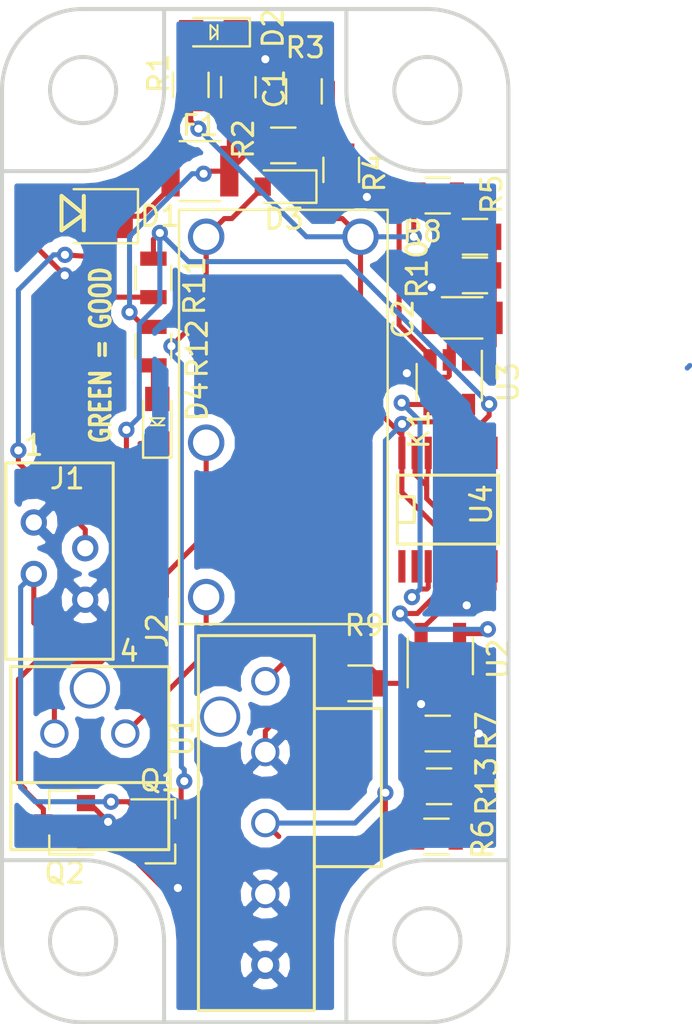
<source format=kicad_pcb>
(kicad_pcb (version 20171130) (host pcbnew 5.0.0-fee4fd1~66~ubuntu18.04.1)

  (general
    (thickness 1.6)
    (drawings 25)
    (tracks 299)
    (zones 0)
    (modules 29)
    (nets 24)
  )

  (page A4)
  (layers
    (0 F.Cu signal)
    (31 B.Cu signal)
    (32 B.Adhes user)
    (33 F.Adhes user)
    (34 B.Paste user)
    (35 F.Paste user)
    (36 B.SilkS user)
    (37 F.SilkS user)
    (38 B.Mask user)
    (39 F.Mask user)
    (40 Dwgs.User user)
    (41 Cmts.User user)
    (42 Eco1.User user)
    (43 Eco2.User user)
    (44 Edge.Cuts user)
    (45 Margin user)
    (46 B.CrtYd user)
    (47 F.CrtYd user)
    (48 B.Fab user)
    (49 F.Fab user)
  )

  (setup
    (last_trace_width 0.25)
    (trace_clearance 0.2)
    (zone_clearance 0.508)
    (zone_45_only no)
    (trace_min 0.2)
    (segment_width 0.2)
    (edge_width 0.2)
    (via_size 0.8)
    (via_drill 0.4)
    (via_min_size 0.4)
    (via_min_drill 0.3)
    (uvia_size 0.3)
    (uvia_drill 0.1)
    (uvias_allowed no)
    (uvia_min_size 0.2)
    (uvia_min_drill 0.1)
    (pcb_text_width 0.3)
    (pcb_text_size 1.5 1.5)
    (mod_edge_width 0.15)
    (mod_text_size 1 1)
    (mod_text_width 0.15)
    (pad_size 1.524 1.524)
    (pad_drill 0.762)
    (pad_to_mask_clearance 0.2)
    (aux_axis_origin 0 0)
    (visible_elements FFFFFF7F)
    (pcbplotparams
      (layerselection 0x010fc_ffffffff)
      (usegerberextensions false)
      (usegerberattributes false)
      (usegerberadvancedattributes false)
      (creategerberjobfile false)
      (excludeedgelayer true)
      (linewidth 0.100000)
      (plotframeref false)
      (viasonmask false)
      (mode 1)
      (useauxorigin false)
      (hpglpennumber 1)
      (hpglpenspeed 20)
      (hpglpendiameter 15.000000)
      (psnegative false)
      (psa4output false)
      (plotreference true)
      (plotvalue true)
      (plotinvisibletext false)
      (padsonsilk false)
      (subtractmaskfromsilk false)
      (outputformat 1)
      (mirror false)
      (drillshape 1)
      (scaleselection 1)
      (outputdirectory ""))
  )

  (net 0 "")
  (net 1 /12V_Fused)
  (net 2 GND)
  (net 3 "Net-(C2-Pad1)")
  (net 4 +12V)
  (net 5 "Net-(D2-Pad2)")
  (net 6 "Net-(D3-Pad2)")
  (net 7 "Net-(D4-Pad1)")
  (net 8 "Net-(D4-Pad2)")
  (net 9 /IMD_Status_Output)
  (net 10 "Net-(J2-Pad2)")
  (net 11 "Net-(J2-Pad1)")
  (net 12 "Net-(R2-Pad2)")
  (net 13 "Net-(R3-Pad2)")
  (net 14 "Net-(R5-Pad2)")
  (net 15 "Net-(R13-Pad1)")
  (net 16 "Net-(R13-Pad2)")
  (net 17 "Net-(R9-Pad1)")
  (net 18 "Net-(U2-Pad4)")
  (net 19 "Net-(U3-Pad4)")
  (net 20 "Net-(U4-Pad1)")
  (net 21 "Net-(U4-Pad2)")
  (net 22 "Net-(U4-Pad9)")
  (net 23 "Net-(U4-Pad10)")

  (net_class Default "This is the default net class."
    (clearance 0.2)
    (trace_width 0.25)
    (via_dia 0.8)
    (via_drill 0.4)
    (uvia_dia 0.3)
    (uvia_drill 0.1)
    (add_net +12V)
    (add_net /12V_Fused)
    (add_net /IMD_Status_Output)
    (add_net GND)
    (add_net "Net-(C2-Pad1)")
    (add_net "Net-(D2-Pad2)")
    (add_net "Net-(D3-Pad2)")
    (add_net "Net-(D4-Pad1)")
    (add_net "Net-(D4-Pad2)")
    (add_net "Net-(J2-Pad1)")
    (add_net "Net-(J2-Pad2)")
    (add_net "Net-(R13-Pad1)")
    (add_net "Net-(R13-Pad2)")
    (add_net "Net-(R2-Pad2)")
    (add_net "Net-(R3-Pad2)")
    (add_net "Net-(R5-Pad2)")
    (add_net "Net-(R9-Pad1)")
    (add_net "Net-(U2-Pad4)")
    (add_net "Net-(U3-Pad4)")
    (add_net "Net-(U4-Pad1)")
    (add_net "Net-(U4-Pad10)")
    (add_net "Net-(U4-Pad2)")
    (add_net "Net-(U4-Pad9)")
  )

  (module footprints:C_0805_OEM (layer F.Cu) (tedit 59F250E7) (tstamp 5C6C2512)
    (at 105.6005 62.595 90)
    (descr "Capacitor SMD 0805, reflow soldering, AVX (see smccp.pdf)")
    (tags "capacitor 0805")
    (path /5BEE79F6)
    (attr smd)
    (fp_text reference C1 (at -0.0795 1.778 270) (layer F.SilkS)
      (effects (font (size 1 1) (thickness 0.15)))
    )
    (fp_text value C_10uF_16V (at 0 1.75 90) (layer F.Fab) hide
      (effects (font (size 1 1) (thickness 0.15)))
    )
    (fp_line (start -1 0.62) (end -1 -0.62) (layer F.Fab) (width 0.1))
    (fp_line (start 1 0.62) (end -1 0.62) (layer F.Fab) (width 0.1))
    (fp_line (start 1 -0.62) (end 1 0.62) (layer F.Fab) (width 0.1))
    (fp_line (start -1 -0.62) (end 1 -0.62) (layer F.Fab) (width 0.1))
    (fp_line (start 0.5 -0.85) (end -0.5 -0.85) (layer F.SilkS) (width 0.12))
    (fp_line (start -0.5 0.85) (end 0.5 0.85) (layer F.SilkS) (width 0.12))
    (fp_line (start -1.75 -0.88) (end 1.75 -0.88) (layer F.CrtYd) (width 0.05))
    (fp_line (start -1.75 -0.88) (end -1.75 0.87) (layer F.CrtYd) (width 0.05))
    (fp_line (start 1.75 0.87) (end 1.75 -0.88) (layer F.CrtYd) (width 0.05))
    (fp_line (start 1.75 0.87) (end -1.75 0.87) (layer F.CrtYd) (width 0.05))
    (pad 1 smd rect (at -1 0 90) (size 1 1.25) (layers F.Cu F.Paste F.Mask)
      (net 1 /12V_Fused))
    (pad 2 smd rect (at 1 0 90) (size 1 1.25) (layers F.Cu F.Paste F.Mask)
      (net 2 GND))
    (model /home/josh/Formula/OEM_Preferred_Parts/3DModels/C_0805_OEM/C_0805.wrl
      (at (xyz 0 0 0))
      (scale (xyz 1 1 1))
      (rotate (xyz 0 0 0))
    )
  )

  (module footprints:C_1206_OEM (layer F.Cu) (tedit 59F253AA) (tstamp 5C6C2521)
    (at 116.6495 73.9775 180)
    (descr "Capacitor SMD 1206, reflow soldering, AVX (see smccp.pdf)")
    (tags "capacitor 1206")
    (path /5BF6B01C)
    (attr smd)
    (fp_text reference C2 (at 2.921 -0.0635 270) (layer F.SilkS)
      (effects (font (size 1 1) (thickness 0.15)))
    )
    (fp_text value C_22uF (at 0 2 180) (layer F.Fab) hide
      (effects (font (size 1 1) (thickness 0.15)))
    )
    (fp_line (start -1.6 0.8) (end -1.6 -0.8) (layer F.Fab) (width 0.1))
    (fp_line (start 1.6 0.8) (end -1.6 0.8) (layer F.Fab) (width 0.1))
    (fp_line (start 1.6 -0.8) (end 1.6 0.8) (layer F.Fab) (width 0.1))
    (fp_line (start -1.6 -0.8) (end 1.6 -0.8) (layer F.Fab) (width 0.1))
    (fp_line (start 1 -1.02) (end -1 -1.02) (layer F.SilkS) (width 0.12))
    (fp_line (start -1 1.02) (end 1 1.02) (layer F.SilkS) (width 0.12))
    (fp_line (start -2.25 -1.05) (end 2.25 -1.05) (layer F.CrtYd) (width 0.05))
    (fp_line (start -2.25 -1.05) (end -2.25 1.05) (layer F.CrtYd) (width 0.05))
    (fp_line (start 2.25 1.05) (end 2.25 -1.05) (layer F.CrtYd) (width 0.05))
    (fp_line (start 2.25 1.05) (end -2.25 1.05) (layer F.CrtYd) (width 0.05))
    (pad 1 smd rect (at -1.5 0 180) (size 1 1.6) (layers F.Cu F.Paste F.Mask)
      (net 3 "Net-(C2-Pad1)"))
    (pad 2 smd rect (at 1.5 0 180) (size 1 1.6) (layers F.Cu F.Paste F.Mask)
      (net 2 GND))
    (model Capacitors_SMD.3dshapes/C_1206.wrl
      (at (xyz 0 0 0))
      (scale (xyz 1 1 1))
      (rotate (xyz 0 0 0))
    )
  )

  (module footprints:DO-214AA (layer F.Cu) (tedit 5A59FDFB) (tstamp 5C6C2530)
    (at 97.4725 68.961 180)
    (descr "http://www.diodes.com/datasheets/ap02001.pdf p.144")
    (tags "Diode SOD523")
    (path /5BDD0163)
    (attr smd)
    (fp_text reference D1 (at -4.2545 0 180) (layer F.SilkS)
      (effects (font (size 1 1) (thickness 0.15)))
    )
    (fp_text value D_Zener_18V (at 0 2.286 180) (layer F.Fab) hide
      (effects (font (size 1 1) (thickness 0.15)))
    )
    (fp_line (start 0.6 1) (end -0.5 0.1) (layer F.SilkS) (width 0.2))
    (fp_line (start 0.6 -0.7) (end 0.6 1) (layer F.SilkS) (width 0.2))
    (fp_line (start -0.5 0.1) (end 0.6 -0.7) (layer F.SilkS) (width 0.2))
    (fp_line (start -0.5 -0.7) (end -0.5 1) (layer F.SilkS) (width 0.2))
    (fp_line (start -3.175 -1.3335) (end -3.175 1.3335) (layer F.SilkS) (width 0.12))
    (fp_line (start 3.302 -1.4605) (end 3.302 1.4605) (layer F.CrtYd) (width 0.05))
    (fp_line (start -3.302 -1.4605) (end 3.302 -1.4605) (layer F.CrtYd) (width 0.05))
    (fp_line (start -3.302 -1.4605) (end -3.302 1.4605) (layer F.CrtYd) (width 0.05))
    (fp_line (start -3.302 1.4605) (end 3.302 1.4605) (layer F.CrtYd) (width 0.05))
    (fp_line (start 2.3749 -1.9685) (end 2.3749 1.9685) (layer F.Fab) (width 0.1))
    (fp_line (start -2.3749 -1.9685) (end 2.3749 -1.9685) (layer F.Fab) (width 0.1))
    (fp_line (start -2.3749 -1.9685) (end -2.3749 1.9685) (layer F.Fab) (width 0.1))
    (fp_line (start 2.3749 1.9685) (end -2.3749 1.9685) (layer F.Fab) (width 0.1))
    (fp_line (start -3.175 1.3335) (end 0 1.3335) (layer F.SilkS) (width 0.12))
    (fp_line (start -3.175 -1.3335) (end 0 -1.3335) (layer F.SilkS) (width 0.12))
    (pad 2 smd rect (at 2.032 0) (size 1.778 2.159) (layers F.Cu F.Paste F.Mask)
      (net 2 GND))
    (pad 1 smd rect (at -2.032 0) (size 1.778 2.159) (layers F.Cu F.Paste F.Mask)
      (net 4 +12V))
    (model /home/josh/Formula/OEM_Preferred_Parts/3DModels/DO_214AA_OEM/DO_214AA.wrl
      (at (xyz 0 0 0))
      (scale (xyz 1 1 1))
      (rotate (xyz 0 0 0))
    )
  )

  (module footprints:LED_0805_OEM (layer F.Cu) (tedit 5A5B129D) (tstamp 5C6C2544)
    (at 104.3735 59.8805 180)
    (descr "LED 0805 smd package")
    (tags "LED led 0805 SMD smd SMT smt smdled SMDLED smtled SMTLED")
    (path /5BDD96EB)
    (attr smd)
    (fp_text reference D2 (at -2.9415 0.1905 270) (layer F.SilkS)
      (effects (font (size 1 1) (thickness 0.15)))
    )
    (fp_text value LED_0805 (at 0.508 2.032 180) (layer F.Fab) hide
      (effects (font (size 1 1) (thickness 0.15)))
    )
    (fp_line (start -1.95 -0.85) (end 1.95 -0.85) (layer F.CrtYd) (width 0.05))
    (fp_line (start -1.95 0.85) (end -1.95 -0.85) (layer F.CrtYd) (width 0.05))
    (fp_line (start 1.95 0.85) (end -1.95 0.85) (layer F.CrtYd) (width 0.05))
    (fp_line (start 1.95 -0.85) (end 1.95 0.85) (layer F.CrtYd) (width 0.05))
    (fp_line (start -1.8 -0.7) (end 1 -0.7) (layer F.SilkS) (width 0.12))
    (fp_line (start -1.8 0.7) (end 1 0.7) (layer F.SilkS) (width 0.12))
    (fp_line (start -1 0.6) (end -1 -0.6) (layer F.Fab) (width 0.1))
    (fp_line (start -1 -0.6) (end 1 -0.6) (layer F.Fab) (width 0.1))
    (fp_line (start 1 -0.6) (end 1 0.6) (layer F.Fab) (width 0.1))
    (fp_line (start 1 0.6) (end -1 0.6) (layer F.Fab) (width 0.1))
    (fp_line (start -1.8 -0.7) (end -1.8 0.7) (layer F.SilkS) (width 0.12))
    (fp_line (start -0.2 0) (end 0.1 -0.3) (layer F.SilkS) (width 0.1))
    (fp_line (start 0.1 -0.3) (end 0.15 -0.35) (layer F.SilkS) (width 0.1))
    (fp_line (start 0.15 -0.35) (end 0.15 0.3) (layer F.SilkS) (width 0.1))
    (fp_line (start 0.15 0.35) (end 0.15 0.3) (layer F.SilkS) (width 0.1))
    (fp_line (start 0.15 0.3) (end 0.15 0.35) (layer F.SilkS) (width 0.1))
    (fp_line (start 0.15 0.35) (end -0.2 0) (layer F.SilkS) (width 0.1))
    (fp_line (start -0.2 0) (end -0.2 -0.35) (layer F.SilkS) (width 0.1))
    (fp_line (start -0.2 0.35) (end -0.2 0) (layer F.SilkS) (width 0.1))
    (pad 1 smd rect (at -1.1 0) (size 1.2 1.2) (layers F.Cu F.Paste F.Mask)
      (net 2 GND))
    (pad 2 smd rect (at 1.1 0) (size 1.2 1.2) (layers F.Cu F.Paste F.Mask)
      (net 5 "Net-(D2-Pad2)"))
    (model "/home/josh/Formula/OEM_Preferred_Parts/3DModels/LED_0805/LED 0805 Base GREEN001_sp.wrl"
      (at (xyz 0 0 0))
      (scale (xyz 1 1 1))
      (rotate (xyz 0 0 180))
    )
  )

  (module footprints:D_0805_OEM (layer F.Cu) (tedit 59F25112) (tstamp 5C6C255C)
    (at 107.857 67.5005 180)
    (descr "Diode SMD in 0805 package http://datasheets.avx.com/schottky.pdf")
    (tags "smd diode")
    (path /5BDB2100)
    (attr smd)
    (fp_text reference D3 (at 0 -1.6 180) (layer F.SilkS)
      (effects (font (size 1 1) (thickness 0.15)))
    )
    (fp_text value D_Schottky_Small (at 0 1.7 180) (layer F.Fab) hide
      (effects (font (size 1 1) (thickness 0.15)))
    )
    (fp_line (start -1.6 -0.8) (end -1.6 0.8) (layer F.SilkS) (width 0.12))
    (fp_line (start -1.7 0.88) (end -1.7 -0.88) (layer F.CrtYd) (width 0.05))
    (fp_line (start 1.7 0.88) (end -1.7 0.88) (layer F.CrtYd) (width 0.05))
    (fp_line (start 1.7 -0.88) (end 1.7 0.88) (layer F.CrtYd) (width 0.05))
    (fp_line (start -1.7 -0.88) (end 1.7 -0.88) (layer F.CrtYd) (width 0.05))
    (fp_line (start 0.2 0) (end 0.4 0) (layer F.Fab) (width 0.1))
    (fp_line (start -0.1 0) (end -0.3 0) (layer F.Fab) (width 0.1))
    (fp_line (start -0.1 -0.2) (end -0.1 0.2) (layer F.Fab) (width 0.1))
    (fp_line (start 0.2 0.2) (end 0.2 -0.2) (layer F.Fab) (width 0.1))
    (fp_line (start -0.1 0) (end 0.2 0.2) (layer F.Fab) (width 0.1))
    (fp_line (start 0.2 -0.2) (end -0.1 0) (layer F.Fab) (width 0.1))
    (fp_line (start -1 0.65) (end -1 -0.65) (layer F.Fab) (width 0.1))
    (fp_line (start 1 0.65) (end -1 0.65) (layer F.Fab) (width 0.1))
    (fp_line (start 1 -0.65) (end 1 0.65) (layer F.Fab) (width 0.1))
    (fp_line (start -1 -0.65) (end 1 -0.65) (layer F.Fab) (width 0.1))
    (fp_line (start -1.6 0.8) (end 1 0.8) (layer F.SilkS) (width 0.12))
    (fp_line (start -1.6 -0.8) (end 1 -0.8) (layer F.SilkS) (width 0.12))
    (pad 1 smd rect (at -1.05 0 180) (size 0.8 0.9) (layers F.Cu F.Paste F.Mask)
      (net 1 /12V_Fused))
    (pad 2 smd rect (at 1.05 0 180) (size 0.8 0.9) (layers F.Cu F.Paste F.Mask)
      (net 6 "Net-(D3-Pad2)"))
    (model ${KISYS3DMOD}/Diodes_SMD.3dshapes/D_0805.wrl
      (at (xyz 0 0 0))
      (scale (xyz 1 1 1))
      (rotate (xyz 0 0 0))
    )
  )

  (module footprints:LED_0805_OEM (layer F.Cu) (tedit 5A5B129D) (tstamp 5C6C2572)
    (at 101.6 79.078 90)
    (descr "LED 0805 smd package")
    (tags "LED led 0805 SMD smd SMT smt smdled SMDLED smtled SMTLED")
    (path /5BDB0931)
    (attr smd)
    (fp_text reference D4 (at 0.973 1.9685 90) (layer F.SilkS)
      (effects (font (size 1 1) (thickness 0.15)))
    )
    (fp_text value LED_0805 (at 0.508 2.032 90) (layer F.Fab) hide
      (effects (font (size 1 1) (thickness 0.15)))
    )
    (fp_line (start -0.2 0.35) (end -0.2 0) (layer F.SilkS) (width 0.1))
    (fp_line (start -0.2 0) (end -0.2 -0.35) (layer F.SilkS) (width 0.1))
    (fp_line (start 0.15 0.35) (end -0.2 0) (layer F.SilkS) (width 0.1))
    (fp_line (start 0.15 0.3) (end 0.15 0.35) (layer F.SilkS) (width 0.1))
    (fp_line (start 0.15 0.35) (end 0.15 0.3) (layer F.SilkS) (width 0.1))
    (fp_line (start 0.15 -0.35) (end 0.15 0.3) (layer F.SilkS) (width 0.1))
    (fp_line (start 0.1 -0.3) (end 0.15 -0.35) (layer F.SilkS) (width 0.1))
    (fp_line (start -0.2 0) (end 0.1 -0.3) (layer F.SilkS) (width 0.1))
    (fp_line (start -1.8 -0.7) (end -1.8 0.7) (layer F.SilkS) (width 0.12))
    (fp_line (start 1 0.6) (end -1 0.6) (layer F.Fab) (width 0.1))
    (fp_line (start 1 -0.6) (end 1 0.6) (layer F.Fab) (width 0.1))
    (fp_line (start -1 -0.6) (end 1 -0.6) (layer F.Fab) (width 0.1))
    (fp_line (start -1 0.6) (end -1 -0.6) (layer F.Fab) (width 0.1))
    (fp_line (start -1.8 0.7) (end 1 0.7) (layer F.SilkS) (width 0.12))
    (fp_line (start -1.8 -0.7) (end 1 -0.7) (layer F.SilkS) (width 0.12))
    (fp_line (start 1.95 -0.85) (end 1.95 0.85) (layer F.CrtYd) (width 0.05))
    (fp_line (start 1.95 0.85) (end -1.95 0.85) (layer F.CrtYd) (width 0.05))
    (fp_line (start -1.95 0.85) (end -1.95 -0.85) (layer F.CrtYd) (width 0.05))
    (fp_line (start -1.95 -0.85) (end 1.95 -0.85) (layer F.CrtYd) (width 0.05))
    (pad 2 smd rect (at 1.1 0 270) (size 1.2 1.2) (layers F.Cu F.Paste F.Mask)
      (net 8 "Net-(D4-Pad2)"))
    (pad 1 smd rect (at -1.1 0 270) (size 1.2 1.2) (layers F.Cu F.Paste F.Mask)
      (net 7 "Net-(D4-Pad1)"))
    (model "/home/josh/Formula/OEM_Preferred_Parts/3DModels/LED_0805/LED 0805 Base GREEN001_sp.wrl"
      (at (xyz 0 0 0))
      (scale (xyz 1 1 1))
      (rotate (xyz 0 0 180))
    )
  )

  (module footprints:Fuse_1210 (layer F.Cu) (tedit 59F24A11) (tstamp 5C6C258A)
    (at 103.706 66.7385)
    (descr "Resistor SMD 1210, reflow soldering, Vishay (see dcrcw.pdf)")
    (tags "resistor 1210")
    (path /5BDD60EF)
    (attr smd)
    (fp_text reference F1 (at 0 -2.25) (layer F.SilkS)
      (effects (font (size 1 1) (thickness 0.15)))
    )
    (fp_text value F_500mA_16V (at 0 2.4) (layer F.Fab) hide
      (effects (font (size 1 1) (thickness 0.15)))
    )
    (fp_line (start -1.6 1.25) (end -1.6 -1.25) (layer F.Fab) (width 0.1))
    (fp_line (start 1.6 1.25) (end -1.6 1.25) (layer F.Fab) (width 0.1))
    (fp_line (start 1.6 -1.25) (end 1.6 1.25) (layer F.Fab) (width 0.1))
    (fp_line (start -1.6 -1.25) (end 1.6 -1.25) (layer F.Fab) (width 0.1))
    (fp_line (start 1 1.48) (end -1 1.48) (layer F.SilkS) (width 0.12))
    (fp_line (start -1 -1.48) (end 1 -1.48) (layer F.SilkS) (width 0.12))
    (fp_line (start -2.15 -1.5) (end 2.15 -1.5) (layer F.CrtYd) (width 0.05))
    (fp_line (start -2.15 -1.5) (end -2.15 1.5) (layer F.CrtYd) (width 0.05))
    (fp_line (start 2.15 1.5) (end 2.15 -1.5) (layer F.CrtYd) (width 0.05))
    (fp_line (start 2.15 1.5) (end -2.15 1.5) (layer F.CrtYd) (width 0.05))
    (pad 1 smd rect (at -1.45 0) (size 0.9 2.5) (layers F.Cu F.Paste F.Mask)
      (net 4 +12V))
    (pad 2 smd rect (at 1.45 0) (size 0.9 2.5) (layers F.Cu F.Paste F.Mask)
      (net 1 /12V_Fused))
    (model /home/josh/Formula/OEM_Preferred_Parts/3DModels/Fuse_1210_OEM/Fuse1210.wrl
      (at (xyz 0 0 0))
      (scale (xyz 1 1 1))
      (rotate (xyz 0 0 0))
    )
  )

  (module footprints:micromatch_female_ra_4 (layer F.Cu) (tedit 59EE8038) (tstamp 5C6C2599)
    (at 95.504 89.154)
    (path /5BDE43F2)
    (fp_text reference J1 (at 1.651 -7.239) (layer F.SilkS)
      (effects (font (size 1 1) (thickness 0.15)))
    )
    (fp_text value MM_F_RA_04 (at 6.35 -1.27 90) (layer F.Fab) hide
      (effects (font (size 1 1) (thickness 0.15)))
    )
    (fp_text user 4 (at 4.699 1.27) (layer F.SilkS)
      (effects (font (size 1 1) (thickness 0.15)))
    )
    (fp_text user 1 (at 0 -8.89) (layer F.SilkS)
      (effects (font (size 1 1) (thickness 0.15)))
    )
    (fp_line (start -1.38 1.67) (end 3.92 1.67) (layer F.SilkS) (width 0.15))
    (fp_line (start -1.38 -8.02) (end 3.92 -8.02) (layer F.SilkS) (width 0.15))
    (fp_line (start -1.38 1.67) (end -1.38 -8.02) (layer F.SilkS) (width 0.15))
    (fp_line (start 3.92 1.67) (end 3.92 -8.02) (layer F.SilkS) (width 0.15))
    (pad 3 thru_hole circle (at 0 -2.54) (size 1.3 1.3) (drill 0.8) (layers *.Cu *.Mask)
      (net 9 /IMD_Status_Output))
    (pad 1 thru_hole circle (at 0 -5.08) (size 1.3 1.3) (drill 0.8) (layers *.Cu *.Mask)
      (net 2 GND))
    (pad 2 thru_hole circle (at 2.54 -3.81) (size 1.3 1.3) (drill 0.8) (layers *.Cu *.Mask)
      (net 4 +12V))
    (pad 4 thru_hole circle (at 2.54 -1.27) (size 1.3 1.3) (drill 0.8) (layers *.Cu *.Mask)
      (net 2 GND))
  )

  (module footprints:Ultrafit_2 (layer F.Cu) (tedit 59F11364) (tstamp 5C6C25A6)
    (at 96.52 94.488 90)
    (path /5C6073B8)
    (fp_text reference J2 (at 5.08 5.08 90) (layer F.SilkS)
      (effects (font (size 1 1) (thickness 0.15)))
    )
    (fp_text value UF_2_VT (at 4.572 0.508 180) (layer F.Fab) hide
      (effects (font (size 1 1) (thickness 0.15)))
    )
    (fp_line (start -5.588 -2.032) (end -2.54 -2.032) (layer F.Fab) (width 0.15))
    (fp_line (start -2.54 -2.032) (end -2.54 5.588) (layer F.Fab) (width 0.15))
    (fp_line (start -2.54 5.588) (end -5.588 5.588) (layer F.Fab) (width 0.15))
    (fp_line (start -5.588 5.588) (end -5.588 -2.032) (layer F.Fab) (width 0.15))
    (fp_text user "6.55mm Clearance" (at -4.07 1.75 180) (layer F.Fab)
      (effects (font (size 0.5 0.5) (thickness 0.08)))
    )
    (fp_line (start -2.42 -2.15) (end -5.73 -2.15) (layer F.SilkS) (width 0.15))
    (fp_line (start -5.73 -2.15) (end -5.73 5.65) (layer F.SilkS) (width 0.15))
    (fp_line (start -5.73 5.65) (end -2.42 5.65) (layer F.SilkS) (width 0.15))
    (fp_line (start -2.42 5.65) (end 3.302 5.65) (layer F.SilkS) (width 0.15))
    (fp_line (start -2.42 -2.15) (end 3.302 -2.15) (layer F.SilkS) (width 0.15))
    (fp_line (start -2.42 5.65) (end -2.42 -2.15) (layer F.SilkS) (width 0.15))
    (fp_line (start 3.302 5.65) (end 3.302 -2.15) (layer F.SilkS) (width 0.15))
    (pad 2 thru_hole circle (at 0 0 90) (size 1.397 1.397) (drill 1.02) (layers *.Cu *.Mask)
      (net 10 "Net-(J2-Pad2)"))
    (pad 1 thru_hole circle (at 0 3.5 90) (size 1.397 1.397) (drill 1.02) (layers *.Cu *.Mask)
      (net 11 "Net-(J2-Pad1)"))
    (pad "" thru_hole circle (at 2.23 1.75 90) (size 1.981 1.981) (drill 1.6) (layers *.Cu *.Mask))
  )

  (module footprints:Relay_SPST_OMRON-G5Q-1A4_OEM (layer F.Cu) (tedit 59F2AABB) (tstamp 5C6C25B8)
    (at 104.013 69.977 270)
    (descr "Relay SPST-NO Omron Serie G5Q")
    (tags "Relay SPST-NO Omron Serie G5Q")
    (path /5BDB1452)
    (fp_text reference K1 (at 9.5 -10.5 90) (layer F.SilkS)
      (effects (font (size 1 1) (thickness 0.15)))
    )
    (fp_text value G5Q-1A4-DC5-5V (at 8.8 3 270) (layer F.Fab) hide
      (effects (font (size 1 1) (thickness 0.15)))
    )
    (fp_text user %R (at 9.6 -4.5 270) (layer F.Fab) hide
      (effects (font (size 1 1) (thickness 0.15)))
    )
    (fp_line (start 0 -1) (end 0 -6.5) (layer F.Fab) (width 0.1))
    (fp_line (start 18.96 -8.81) (end 18.96 1.19) (layer F.Fab) (width 0.1))
    (fp_line (start 18.96 1.19) (end -1.18 1.19) (layer F.Fab) (width 0.1))
    (fp_line (start -1.18 1.19) (end -1.18 -8.81) (layer F.Fab) (width 0.1))
    (fp_line (start -1.18 -8.81) (end 18.96 -8.81) (layer F.Fab) (width 0.1))
    (fp_line (start -1.45 -9.05) (end 19.2 -9.05) (layer F.CrtYd) (width 0.05))
    (fp_line (start 19.2 -9.05) (end 19.2 1.45) (layer F.CrtYd) (width 0.05))
    (fp_line (start 19.2 1.45) (end -1.45 1.45) (layer F.CrtYd) (width 0.05))
    (fp_line (start -1.45 1.45) (end -1.45 -9.05) (layer F.CrtYd) (width 0.05))
    (fp_line (start 15.24 -3.81) (end 18.03 -5.21) (layer F.Fab) (width 0.12))
    (fp_line (start 17.78 -1.27) (end 17.78 -2.54) (layer F.Fab) (width 0.12))
    (fp_line (start 10.16 -1.27) (end 10.16 -3.81) (layer F.Fab) (width 0.12))
    (fp_line (start 10.16 -3.81) (end 15.24 -3.81) (layer F.Fab) (width 0.12))
    (fp_line (start 2.03 -3.05) (end 3.05 -4.06) (layer F.Fab) (width 0.12))
    (fp_line (start 2.54 -7.62) (end 1.27 -7.62) (layer F.Fab) (width 0.12))
    (fp_line (start 2.54 -4.83) (end 2.54 -7.62) (layer F.Fab) (width 0.12))
    (fp_line (start 2.54 0) (end 2.54 -2.29) (layer F.Fab) (width 0.12))
    (fp_line (start 1.27 0) (end 2.54 0) (layer F.Fab) (width 0.12))
    (fp_line (start 2.54 -2.29) (end 2.03 -2.29) (layer F.Fab) (width 0.12))
    (fp_line (start 2.03 -2.29) (end 2.03 -4.83) (layer F.Fab) (width 0.12))
    (fp_line (start 2.03 -4.83) (end 2.54 -4.83) (layer F.Fab) (width 0.12))
    (fp_line (start 2.54 -4.83) (end 3.05 -4.83) (layer F.Fab) (width 0.12))
    (fp_line (start 3.05 -4.83) (end 3.05 -2.29) (layer F.Fab) (width 0.12))
    (fp_line (start 3.05 -2.29) (end 2.54 -2.29) (layer F.Fab) (width 0.12))
    (fp_line (start -1.33 1.34) (end 19.11 1.34) (layer F.SilkS) (width 0.12))
    (fp_line (start 19.11 1.34) (end 19.11 -8.96) (layer F.SilkS) (width 0.12))
    (fp_line (start -1.33 1.34) (end -1.33 -8.96) (layer F.SilkS) (width 0.12))
    (fp_line (start -1.33 -8.96) (end 19.11 -8.96) (layer F.SilkS) (width 0.12))
    (fp_circle (center 15.24 -3.81) (end 15.24 -3.68) (layer F.Fab) (width 0.12))
    (pad 1 thru_hole circle (at 0 0 90) (size 1.8 1.8) (drill 1.3) (layers *.Cu *.Mask)
      (net 6 "Net-(D3-Pad2)"))
    (pad 2 thru_hole circle (at 10.16 0 90) (size 1.8 1.8) (drill 1.3) (layers *.Cu *.Mask)
      (net 10 "Net-(J2-Pad2)"))
    (pad 3 thru_hole circle (at 17.78 0 90) (size 1.8 1.8) (drill 1.3) (layers *.Cu *.Mask)
      (net 11 "Net-(J2-Pad1)"))
    (pad 5 thru_hole circle (at 0 -7.62 90) (size 1.8 1.8) (drill 1.3) (layers *.Cu *.Mask)
      (net 1 /12V_Fused))
    (model /home/josh/Formula/OEM_Preferred_Parts/3DModels/G5Q_OEM/G5Q.wrl
      (at (xyz 0 0 0))
      (scale (xyz 1 1 1))
      (rotate (xyz 0 0 0))
    )
  )

  (module footprints:SOT-23F (layer F.Cu) (tedit 59F24B04) (tstamp 5C6C25DD)
    (at 101.727 99.314)
    (descr "SOT-23, Standard")
    (tags SOT-23)
    (path /5BDAF11D)
    (attr smd)
    (fp_text reference Q1 (at 0 -2.5) (layer F.SilkS)
      (effects (font (size 1 1) (thickness 0.15)))
    )
    (fp_text value SSM3K333R (at 0 2.5) (layer F.Fab) hide
      (effects (font (size 1 1) (thickness 0.15)))
    )
    (fp_line (start 0.76 1.58) (end -0.7 1.58) (layer F.SilkS) (width 0.12))
    (fp_line (start 0.76 -1.58) (end -1.4 -1.58) (layer F.SilkS) (width 0.12))
    (fp_line (start -1.7 1.75) (end -1.7 -1.75) (layer F.CrtYd) (width 0.05))
    (fp_line (start 1.7 1.75) (end -1.7 1.75) (layer F.CrtYd) (width 0.05))
    (fp_line (start 1.7 -1.75) (end 1.7 1.75) (layer F.CrtYd) (width 0.05))
    (fp_line (start -1.7 -1.75) (end 1.7 -1.75) (layer F.CrtYd) (width 0.05))
    (fp_line (start 0.76 -1.58) (end 0.76 -0.65) (layer F.SilkS) (width 0.12))
    (fp_line (start 0.76 1.58) (end 0.76 0.65) (layer F.SilkS) (width 0.12))
    (fp_line (start -0.7 1.52) (end 0.7 1.52) (layer F.Fab) (width 0.1))
    (fp_line (start 0.7 -1.52) (end 0.7 1.52) (layer F.Fab) (width 0.1))
    (fp_line (start -0.7 -0.95) (end -0.15 -1.52) (layer F.Fab) (width 0.1))
    (fp_line (start -0.15 -1.52) (end 0.7 -1.52) (layer F.Fab) (width 0.1))
    (fp_line (start -0.7 -0.95) (end -0.7 1.5) (layer F.Fab) (width 0.1))
    (pad 3 smd rect (at 1.05 0) (size 0.9 0.8) (layers F.Cu F.Paste F.Mask)
      (net 6 "Net-(D3-Pad2)"))
    (pad 2 smd rect (at -1.05 0.95) (size 0.9 0.8) (layers F.Cu F.Paste F.Mask)
      (net 2 GND))
    (pad 1 smd rect (at -1.05 -0.95) (size 0.9 0.8) (layers F.Cu F.Paste F.Mask)
      (net 9 /IMD_Status_Output))
    (model /home/josh/Formula/OEM_Preferred_Parts/3DModels/SOT-23_OEM/SOT-23.wrl
      (at (xyz 0 0 0))
      (scale (xyz 1 1 1))
      (rotate (xyz 0 0 0))
    )
  )

  (module footprints:SOT-23F (layer F.Cu) (tedit 59F24B04) (tstamp 5C6C25F0)
    (at 97.028 98.8695 180)
    (descr "SOT-23, Standard")
    (tags SOT-23)
    (path /5BDAF24A)
    (attr smd)
    (fp_text reference Q2 (at 0 -2.5 180) (layer F.SilkS)
      (effects (font (size 1 1) (thickness 0.15)))
    )
    (fp_text value SSM3K333R (at 0 2.5 180) (layer F.Fab) hide
      (effects (font (size 1 1) (thickness 0.15)))
    )
    (fp_line (start -0.7 -0.95) (end -0.7 1.5) (layer F.Fab) (width 0.1))
    (fp_line (start -0.15 -1.52) (end 0.7 -1.52) (layer F.Fab) (width 0.1))
    (fp_line (start -0.7 -0.95) (end -0.15 -1.52) (layer F.Fab) (width 0.1))
    (fp_line (start 0.7 -1.52) (end 0.7 1.52) (layer F.Fab) (width 0.1))
    (fp_line (start -0.7 1.52) (end 0.7 1.52) (layer F.Fab) (width 0.1))
    (fp_line (start 0.76 1.58) (end 0.76 0.65) (layer F.SilkS) (width 0.12))
    (fp_line (start 0.76 -1.58) (end 0.76 -0.65) (layer F.SilkS) (width 0.12))
    (fp_line (start -1.7 -1.75) (end 1.7 -1.75) (layer F.CrtYd) (width 0.05))
    (fp_line (start 1.7 -1.75) (end 1.7 1.75) (layer F.CrtYd) (width 0.05))
    (fp_line (start 1.7 1.75) (end -1.7 1.75) (layer F.CrtYd) (width 0.05))
    (fp_line (start -1.7 1.75) (end -1.7 -1.75) (layer F.CrtYd) (width 0.05))
    (fp_line (start 0.76 -1.58) (end -1.4 -1.58) (layer F.SilkS) (width 0.12))
    (fp_line (start 0.76 1.58) (end -0.7 1.58) (layer F.SilkS) (width 0.12))
    (pad 1 smd rect (at -1.05 -0.95 180) (size 0.9 0.8) (layers F.Cu F.Paste F.Mask)
      (net 9 /IMD_Status_Output))
    (pad 2 smd rect (at -1.05 0.95 180) (size 0.9 0.8) (layers F.Cu F.Paste F.Mask)
      (net 2 GND))
    (pad 3 smd rect (at 1.05 0 180) (size 0.9 0.8) (layers F.Cu F.Paste F.Mask)
      (net 7 "Net-(D4-Pad1)"))
    (model /home/josh/Formula/OEM_Preferred_Parts/3DModels/SOT-23_OEM/SOT-23.wrl
      (at (xyz 0 0 0))
      (scale (xyz 1 1 1))
      (rotate (xyz 0 0 0))
    )
  )

  (module footprints:R_0805_OEM (layer F.Cu) (tedit 59F25131) (tstamp 5C6C2603)
    (at 103.251 62.4815 90)
    (descr "Resistor SMD 0805, reflow soldering, Vishay (see dcrcw.pdf)")
    (tags "resistor 0805")
    (path /5BEE7342)
    (attr smd)
    (fp_text reference R1 (at 0.5715 -1.5875 90) (layer F.SilkS)
      (effects (font (size 1 1) (thickness 0.15)))
    )
    (fp_text value R_1K (at 0 1.75 90) (layer F.Fab) hide
      (effects (font (size 1 1) (thickness 0.15)))
    )
    (fp_line (start 1.55 0.9) (end -1.55 0.9) (layer F.CrtYd) (width 0.05))
    (fp_line (start 1.55 0.9) (end 1.55 -0.9) (layer F.CrtYd) (width 0.05))
    (fp_line (start -1.55 -0.9) (end -1.55 0.9) (layer F.CrtYd) (width 0.05))
    (fp_line (start -1.55 -0.9) (end 1.55 -0.9) (layer F.CrtYd) (width 0.05))
    (fp_line (start -0.6 -0.88) (end 0.6 -0.88) (layer F.SilkS) (width 0.12))
    (fp_line (start 0.6 0.88) (end -0.6 0.88) (layer F.SilkS) (width 0.12))
    (fp_line (start -1 -0.62) (end 1 -0.62) (layer F.Fab) (width 0.1))
    (fp_line (start 1 -0.62) (end 1 0.62) (layer F.Fab) (width 0.1))
    (fp_line (start 1 0.62) (end -1 0.62) (layer F.Fab) (width 0.1))
    (fp_line (start -1 0.62) (end -1 -0.62) (layer F.Fab) (width 0.1))
    (pad 2 smd rect (at 0.95 0 90) (size 0.7 1.3) (layers F.Cu F.Paste F.Mask)
      (net 5 "Net-(D2-Pad2)"))
    (pad 1 smd rect (at -0.95 0 90) (size 0.7 1.3) (layers F.Cu F.Paste F.Mask)
      (net 1 /12V_Fused))
    (model "/home/josh/Formula/OEM_Preferred_Parts/3DModels/WRL Files/res0805.wrl"
      (at (xyz 0 0 0))
      (scale (xyz 1 1 1))
      (rotate (xyz 0 0 0))
    )
  )

  (module footprints:R_0805_OEM (layer F.Cu) (tedit 59F25131) (tstamp 5C6C2612)
    (at 107.8205 65.4685)
    (descr "Resistor SMD 0805, reflow soldering, Vishay (see dcrcw.pdf)")
    (tags "resistor 0805")
    (path /5C0AC0B0)
    (attr smd)
    (fp_text reference R2 (at -1.9685 -0.3175 90) (layer F.SilkS)
      (effects (font (size 1 1) (thickness 0.15)))
    )
    (fp_text value R_2.2K (at 0 1.75) (layer F.Fab) hide
      (effects (font (size 1 1) (thickness 0.15)))
    )
    (fp_line (start -1 0.62) (end -1 -0.62) (layer F.Fab) (width 0.1))
    (fp_line (start 1 0.62) (end -1 0.62) (layer F.Fab) (width 0.1))
    (fp_line (start 1 -0.62) (end 1 0.62) (layer F.Fab) (width 0.1))
    (fp_line (start -1 -0.62) (end 1 -0.62) (layer F.Fab) (width 0.1))
    (fp_line (start 0.6 0.88) (end -0.6 0.88) (layer F.SilkS) (width 0.12))
    (fp_line (start -0.6 -0.88) (end 0.6 -0.88) (layer F.SilkS) (width 0.12))
    (fp_line (start -1.55 -0.9) (end 1.55 -0.9) (layer F.CrtYd) (width 0.05))
    (fp_line (start -1.55 -0.9) (end -1.55 0.9) (layer F.CrtYd) (width 0.05))
    (fp_line (start 1.55 0.9) (end 1.55 -0.9) (layer F.CrtYd) (width 0.05))
    (fp_line (start 1.55 0.9) (end -1.55 0.9) (layer F.CrtYd) (width 0.05))
    (pad 1 smd rect (at -0.95 0) (size 0.7 1.3) (layers F.Cu F.Paste F.Mask)
      (net 1 /12V_Fused))
    (pad 2 smd rect (at 0.95 0) (size 0.7 1.3) (layers F.Cu F.Paste F.Mask)
      (net 12 "Net-(R2-Pad2)"))
    (model "/home/josh/Formula/OEM_Preferred_Parts/3DModels/WRL Files/res0805.wrl"
      (at (xyz 0 0 0))
      (scale (xyz 1 1 1))
      (rotate (xyz 0 0 0))
    )
  )

  (module footprints:R_0805_OEM (layer F.Cu) (tedit 59F25131) (tstamp 5C6C2621)
    (at 108.839 62.8015 90)
    (descr "Resistor SMD 0805, reflow soldering, Vishay (see dcrcw.pdf)")
    (tags "resistor 0805")
    (path /5C0ABDFB)
    (attr smd)
    (fp_text reference R3 (at 2.159 0.0635 180) (layer F.SilkS)
      (effects (font (size 1 1) (thickness 0.15)))
    )
    (fp_text value R_300K (at 0 1.75 90) (layer F.Fab) hide
      (effects (font (size 1 1) (thickness 0.15)))
    )
    (fp_line (start -1 0.62) (end -1 -0.62) (layer F.Fab) (width 0.1))
    (fp_line (start 1 0.62) (end -1 0.62) (layer F.Fab) (width 0.1))
    (fp_line (start 1 -0.62) (end 1 0.62) (layer F.Fab) (width 0.1))
    (fp_line (start -1 -0.62) (end 1 -0.62) (layer F.Fab) (width 0.1))
    (fp_line (start 0.6 0.88) (end -0.6 0.88) (layer F.SilkS) (width 0.12))
    (fp_line (start -0.6 -0.88) (end 0.6 -0.88) (layer F.SilkS) (width 0.12))
    (fp_line (start -1.55 -0.9) (end 1.55 -0.9) (layer F.CrtYd) (width 0.05))
    (fp_line (start -1.55 -0.9) (end -1.55 0.9) (layer F.CrtYd) (width 0.05))
    (fp_line (start 1.55 0.9) (end 1.55 -0.9) (layer F.CrtYd) (width 0.05))
    (fp_line (start 1.55 0.9) (end -1.55 0.9) (layer F.CrtYd) (width 0.05))
    (pad 1 smd rect (at -0.95 0 90) (size 0.7 1.3) (layers F.Cu F.Paste F.Mask)
      (net 12 "Net-(R2-Pad2)"))
    (pad 2 smd rect (at 0.95 0 90) (size 0.7 1.3) (layers F.Cu F.Paste F.Mask)
      (net 13 "Net-(R3-Pad2)"))
    (model "/home/josh/Formula/OEM_Preferred_Parts/3DModels/WRL Files/res0805.wrl"
      (at (xyz 0 0 0))
      (scale (xyz 1 1 1))
      (rotate (xyz 0 0 0))
    )
  )

  (module footprints:R_0805_OEM (layer F.Cu) (tedit 59F25131) (tstamp 5C6C2630)
    (at 110.6805 66.675 270)
    (descr "Resistor SMD 0805, reflow soldering, Vishay (see dcrcw.pdf)")
    (tags "resistor 0805")
    (path /5BEF0AEB)
    (attr smd)
    (fp_text reference R4 (at 0.127 -1.65 270) (layer F.SilkS)
      (effects (font (size 1 1) (thickness 0.15)))
    )
    (fp_text value R_604K (at 0 1.75 270) (layer F.Fab) hide
      (effects (font (size 1 1) (thickness 0.15)))
    )
    (fp_line (start 1.55 0.9) (end -1.55 0.9) (layer F.CrtYd) (width 0.05))
    (fp_line (start 1.55 0.9) (end 1.55 -0.9) (layer F.CrtYd) (width 0.05))
    (fp_line (start -1.55 -0.9) (end -1.55 0.9) (layer F.CrtYd) (width 0.05))
    (fp_line (start -1.55 -0.9) (end 1.55 -0.9) (layer F.CrtYd) (width 0.05))
    (fp_line (start -0.6 -0.88) (end 0.6 -0.88) (layer F.SilkS) (width 0.12))
    (fp_line (start 0.6 0.88) (end -0.6 0.88) (layer F.SilkS) (width 0.12))
    (fp_line (start -1 -0.62) (end 1 -0.62) (layer F.Fab) (width 0.1))
    (fp_line (start 1 -0.62) (end 1 0.62) (layer F.Fab) (width 0.1))
    (fp_line (start 1 0.62) (end -1 0.62) (layer F.Fab) (width 0.1))
    (fp_line (start -1 0.62) (end -1 -0.62) (layer F.Fab) (width 0.1))
    (pad 2 smd rect (at 0.95 0 270) (size 0.7 1.3) (layers F.Cu F.Paste F.Mask)
      (net 2 GND))
    (pad 1 smd rect (at -0.95 0 270) (size 0.7 1.3) (layers F.Cu F.Paste F.Mask)
      (net 13 "Net-(R3-Pad2)"))
    (model "/home/josh/Formula/OEM_Preferred_Parts/3DModels/WRL Files/res0805.wrl"
      (at (xyz 0 0 0))
      (scale (xyz 1 1 1))
      (rotate (xyz 0 0 0))
    )
  )

  (module footprints:R_0805_OEM (layer F.Cu) (tedit 59F25131) (tstamp 5C6C263F)
    (at 115.443 67.945)
    (descr "Resistor SMD 0805, reflow soldering, Vishay (see dcrcw.pdf)")
    (tags "resistor 0805")
    (path /5BEF1834)
    (attr smd)
    (fp_text reference R5 (at 2.667 -0.0635 90) (layer F.SilkS)
      (effects (font (size 1 1) (thickness 0.15)))
    )
    (fp_text value R_1K (at 0 1.75) (layer F.Fab) hide
      (effects (font (size 1 1) (thickness 0.15)))
    )
    (fp_line (start 1.55 0.9) (end -1.55 0.9) (layer F.CrtYd) (width 0.05))
    (fp_line (start 1.55 0.9) (end 1.55 -0.9) (layer F.CrtYd) (width 0.05))
    (fp_line (start -1.55 -0.9) (end -1.55 0.9) (layer F.CrtYd) (width 0.05))
    (fp_line (start -1.55 -0.9) (end 1.55 -0.9) (layer F.CrtYd) (width 0.05))
    (fp_line (start -0.6 -0.88) (end 0.6 -0.88) (layer F.SilkS) (width 0.12))
    (fp_line (start 0.6 0.88) (end -0.6 0.88) (layer F.SilkS) (width 0.12))
    (fp_line (start -1 -0.62) (end 1 -0.62) (layer F.Fab) (width 0.1))
    (fp_line (start 1 -0.62) (end 1 0.62) (layer F.Fab) (width 0.1))
    (fp_line (start 1 0.62) (end -1 0.62) (layer F.Fab) (width 0.1))
    (fp_line (start -1 0.62) (end -1 -0.62) (layer F.Fab) (width 0.1))
    (pad 2 smd rect (at 0.95 0) (size 0.7 1.3) (layers F.Cu F.Paste F.Mask)
      (net 14 "Net-(R5-Pad2)"))
    (pad 1 smd rect (at -0.95 0) (size 0.7 1.3) (layers F.Cu F.Paste F.Mask)
      (net 1 /12V_Fused))
    (model "/home/josh/Formula/OEM_Preferred_Parts/3DModels/WRL Files/res0805.wrl"
      (at (xyz 0 0 0))
      (scale (xyz 1 1 1))
      (rotate (xyz 0 0 0))
    )
  )

  (module footprints:R_0805_OEM (layer F.Cu) (tedit 59F25131) (tstamp 5C6C264E)
    (at 115.382 99.568)
    (descr "Resistor SMD 0805, reflow soldering, Vishay (see dcrcw.pdf)")
    (tags "resistor 0805")
    (path /5C0F2E7E)
    (attr smd)
    (fp_text reference R6 (at 2.2835 0.127 90) (layer F.SilkS)
      (effects (font (size 1 1) (thickness 0.15)))
    )
    (fp_text value R_2.2K (at 0 1.75) (layer F.Fab) hide
      (effects (font (size 1 1) (thickness 0.15)))
    )
    (fp_line (start -1 0.62) (end -1 -0.62) (layer F.Fab) (width 0.1))
    (fp_line (start 1 0.62) (end -1 0.62) (layer F.Fab) (width 0.1))
    (fp_line (start 1 -0.62) (end 1 0.62) (layer F.Fab) (width 0.1))
    (fp_line (start -1 -0.62) (end 1 -0.62) (layer F.Fab) (width 0.1))
    (fp_line (start 0.6 0.88) (end -0.6 0.88) (layer F.SilkS) (width 0.12))
    (fp_line (start -0.6 -0.88) (end 0.6 -0.88) (layer F.SilkS) (width 0.12))
    (fp_line (start -1.55 -0.9) (end 1.55 -0.9) (layer F.CrtYd) (width 0.05))
    (fp_line (start -1.55 -0.9) (end -1.55 0.9) (layer F.CrtYd) (width 0.05))
    (fp_line (start 1.55 0.9) (end 1.55 -0.9) (layer F.CrtYd) (width 0.05))
    (fp_line (start 1.55 0.9) (end -1.55 0.9) (layer F.CrtYd) (width 0.05))
    (pad 1 smd rect (at -0.95 0) (size 0.7 1.3) (layers F.Cu F.Paste F.Mask)
      (net 1 /12V_Fused))
    (pad 2 smd rect (at 0.95 0) (size 0.7 1.3) (layers F.Cu F.Paste F.Mask)
      (net 15 "Net-(R13-Pad1)"))
    (model "/home/josh/Formula/OEM_Preferred_Parts/3DModels/WRL Files/res0805.wrl"
      (at (xyz 0 0 0))
      (scale (xyz 1 1 1))
      (rotate (xyz 0 0 0))
    )
  )

  (module footprints:R_0805_OEM (layer F.Cu) (tedit 59F25131) (tstamp 5C6C265D)
    (at 115.4455 94.488)
    (descr "Resistor SMD 0805, reflow soldering, Vishay (see dcrcw.pdf)")
    (tags "resistor 0805")
    (path /5BEF0A33)
    (attr smd)
    (fp_text reference R7 (at 2.413 -0.127 90) (layer F.SilkS)
      (effects (font (size 1 1) (thickness 0.15)))
    )
    (fp_text value R_604K (at 0 1.75) (layer F.Fab) hide
      (effects (font (size 1 1) (thickness 0.15)))
    )
    (fp_line (start -1 0.62) (end -1 -0.62) (layer F.Fab) (width 0.1))
    (fp_line (start 1 0.62) (end -1 0.62) (layer F.Fab) (width 0.1))
    (fp_line (start 1 -0.62) (end 1 0.62) (layer F.Fab) (width 0.1))
    (fp_line (start -1 -0.62) (end 1 -0.62) (layer F.Fab) (width 0.1))
    (fp_line (start 0.6 0.88) (end -0.6 0.88) (layer F.SilkS) (width 0.12))
    (fp_line (start -0.6 -0.88) (end 0.6 -0.88) (layer F.SilkS) (width 0.12))
    (fp_line (start -1.55 -0.9) (end 1.55 -0.9) (layer F.CrtYd) (width 0.05))
    (fp_line (start -1.55 -0.9) (end -1.55 0.9) (layer F.CrtYd) (width 0.05))
    (fp_line (start 1.55 0.9) (end 1.55 -0.9) (layer F.CrtYd) (width 0.05))
    (fp_line (start 1.55 0.9) (end -1.55 0.9) (layer F.CrtYd) (width 0.05))
    (pad 1 smd rect (at -0.95 0) (size 0.7 1.3) (layers F.Cu F.Paste F.Mask)
      (net 16 "Net-(R13-Pad2)"))
    (pad 2 smd rect (at 0.95 0) (size 0.7 1.3) (layers F.Cu F.Paste F.Mask)
      (net 2 GND))
    (model "/home/josh/Formula/OEM_Preferred_Parts/3DModels/WRL Files/res0805.wrl"
      (at (xyz 0 0 0))
      (scale (xyz 1 1 1))
      (rotate (xyz 0 0 0))
    )
  )

  (module footprints:R_0805_OEM (layer F.Cu) (tedit 59F25131) (tstamp 5C6C266C)
    (at 117.2845 69.977 180)
    (descr "Resistor SMD 0805, reflow soldering, Vishay (see dcrcw.pdf)")
    (tags "resistor 0805")
    (path /5BEF1637)
    (attr smd)
    (fp_text reference R8 (at 2.6035 0.254 180) (layer F.SilkS)
      (effects (font (size 1 1) (thickness 0.15)))
    )
    (fp_text value R_120K (at 0 1.75 180) (layer F.Fab) hide
      (effects (font (size 1 1) (thickness 0.15)))
    )
    (fp_line (start -1 0.62) (end -1 -0.62) (layer F.Fab) (width 0.1))
    (fp_line (start 1 0.62) (end -1 0.62) (layer F.Fab) (width 0.1))
    (fp_line (start 1 -0.62) (end 1 0.62) (layer F.Fab) (width 0.1))
    (fp_line (start -1 -0.62) (end 1 -0.62) (layer F.Fab) (width 0.1))
    (fp_line (start 0.6 0.88) (end -0.6 0.88) (layer F.SilkS) (width 0.12))
    (fp_line (start -0.6 -0.88) (end 0.6 -0.88) (layer F.SilkS) (width 0.12))
    (fp_line (start -1.55 -0.9) (end 1.55 -0.9) (layer F.CrtYd) (width 0.05))
    (fp_line (start -1.55 -0.9) (end -1.55 0.9) (layer F.CrtYd) (width 0.05))
    (fp_line (start 1.55 0.9) (end 1.55 -0.9) (layer F.CrtYd) (width 0.05))
    (fp_line (start 1.55 0.9) (end -1.55 0.9) (layer F.CrtYd) (width 0.05))
    (pad 1 smd rect (at -0.95 0 180) (size 0.7 1.3) (layers F.Cu F.Paste F.Mask)
      (net 3 "Net-(C2-Pad1)"))
    (pad 2 smd rect (at 0.95 0 180) (size 0.7 1.3) (layers F.Cu F.Paste F.Mask)
      (net 14 "Net-(R5-Pad2)"))
    (model "/home/josh/Formula/OEM_Preferred_Parts/3DModels/WRL Files/res0805.wrl"
      (at (xyz 0 0 0))
      (scale (xyz 1 1 1))
      (rotate (xyz 0 0 0))
    )
  )

  (module footprints:R_0805_OEM (layer F.Cu) (tedit 59F25131) (tstamp 5C6C267B)
    (at 111.6355 92.0115 180)
    (descr "Resistor SMD 0805, reflow soldering, Vishay (see dcrcw.pdf)")
    (tags "resistor 0805")
    (path /5C0F16B3)
    (attr smd)
    (fp_text reference R9 (at -0.188 2.8575 180) (layer F.SilkS)
      (effects (font (size 1 1) (thickness 0.15)))
    )
    (fp_text value R_2.2K (at 0 1.75 180) (layer F.Fab) hide
      (effects (font (size 1 1) (thickness 0.15)))
    )
    (fp_line (start -1 0.62) (end -1 -0.62) (layer F.Fab) (width 0.1))
    (fp_line (start 1 0.62) (end -1 0.62) (layer F.Fab) (width 0.1))
    (fp_line (start 1 -0.62) (end 1 0.62) (layer F.Fab) (width 0.1))
    (fp_line (start -1 -0.62) (end 1 -0.62) (layer F.Fab) (width 0.1))
    (fp_line (start 0.6 0.88) (end -0.6 0.88) (layer F.SilkS) (width 0.12))
    (fp_line (start -0.6 -0.88) (end 0.6 -0.88) (layer F.SilkS) (width 0.12))
    (fp_line (start -1.55 -0.9) (end 1.55 -0.9) (layer F.CrtYd) (width 0.05))
    (fp_line (start -1.55 -0.9) (end -1.55 0.9) (layer F.CrtYd) (width 0.05))
    (fp_line (start 1.55 0.9) (end 1.55 -0.9) (layer F.CrtYd) (width 0.05))
    (fp_line (start 1.55 0.9) (end -1.55 0.9) (layer F.CrtYd) (width 0.05))
    (pad 1 smd rect (at -0.95 0 180) (size 0.7 1.3) (layers F.Cu F.Paste F.Mask)
      (net 17 "Net-(R9-Pad1)"))
    (pad 2 smd rect (at 0.95 0 180) (size 0.7 1.3) (layers F.Cu F.Paste F.Mask)
      (net 2 GND))
    (model "/home/josh/Formula/OEM_Preferred_Parts/3DModels/WRL Files/res0805.wrl"
      (at (xyz 0 0 0))
      (scale (xyz 1 1 1))
      (rotate (xyz 0 0 0))
    )
  )

  (module footprints:R_0805_OEM (layer F.Cu) (tedit 59F25131) (tstamp 5C6C268A)
    (at 117.2845 71.882 180)
    (descr "Resistor SMD 0805, reflow soldering, Vishay (see dcrcw.pdf)")
    (tags "resistor 0805")
    (path /5BEEE86A)
    (attr smd)
    (fp_text reference R10 (at 2.8575 0.3175 270) (layer F.SilkS)
      (effects (font (size 1 1) (thickness 0.15)))
    )
    (fp_text value R_604K (at 0 1.75 180) (layer F.Fab) hide
      (effects (font (size 1 1) (thickness 0.15)))
    )
    (fp_line (start 1.55 0.9) (end -1.55 0.9) (layer F.CrtYd) (width 0.05))
    (fp_line (start 1.55 0.9) (end 1.55 -0.9) (layer F.CrtYd) (width 0.05))
    (fp_line (start -1.55 -0.9) (end -1.55 0.9) (layer F.CrtYd) (width 0.05))
    (fp_line (start -1.55 -0.9) (end 1.55 -0.9) (layer F.CrtYd) (width 0.05))
    (fp_line (start -0.6 -0.88) (end 0.6 -0.88) (layer F.SilkS) (width 0.12))
    (fp_line (start 0.6 0.88) (end -0.6 0.88) (layer F.SilkS) (width 0.12))
    (fp_line (start -1 -0.62) (end 1 -0.62) (layer F.Fab) (width 0.1))
    (fp_line (start 1 -0.62) (end 1 0.62) (layer F.Fab) (width 0.1))
    (fp_line (start 1 0.62) (end -1 0.62) (layer F.Fab) (width 0.1))
    (fp_line (start -1 0.62) (end -1 -0.62) (layer F.Fab) (width 0.1))
    (pad 2 smd rect (at 0.95 0 180) (size 0.7 1.3) (layers F.Cu F.Paste F.Mask)
      (net 2 GND))
    (pad 1 smd rect (at -0.95 0 180) (size 0.7 1.3) (layers F.Cu F.Paste F.Mask)
      (net 3 "Net-(C2-Pad1)"))
    (model "/home/josh/Formula/OEM_Preferred_Parts/3DModels/WRL Files/res0805.wrl"
      (at (xyz 0 0 0))
      (scale (xyz 1 1 1))
      (rotate (xyz 0 0 0))
    )
  )

  (module footprints:R_0805_OEM (layer F.Cu) (tedit 59F25131) (tstamp 5C6C2699)
    (at 101.4095 72.0065 270)
    (descr "Resistor SMD 0805, reflow soldering, Vishay (see dcrcw.pdf)")
    (tags "resistor 0805")
    (path /5BEE70E6)
    (attr smd)
    (fp_text reference R11 (at 0.3835 -2.032 270) (layer F.SilkS)
      (effects (font (size 1 1) (thickness 0.15)))
    )
    (fp_text value R_604K (at 0 1.75 270) (layer F.Fab) hide
      (effects (font (size 1 1) (thickness 0.15)))
    )
    (fp_line (start -1 0.62) (end -1 -0.62) (layer F.Fab) (width 0.1))
    (fp_line (start 1 0.62) (end -1 0.62) (layer F.Fab) (width 0.1))
    (fp_line (start 1 -0.62) (end 1 0.62) (layer F.Fab) (width 0.1))
    (fp_line (start -1 -0.62) (end 1 -0.62) (layer F.Fab) (width 0.1))
    (fp_line (start 0.6 0.88) (end -0.6 0.88) (layer F.SilkS) (width 0.12))
    (fp_line (start -0.6 -0.88) (end 0.6 -0.88) (layer F.SilkS) (width 0.12))
    (fp_line (start -1.55 -0.9) (end 1.55 -0.9) (layer F.CrtYd) (width 0.05))
    (fp_line (start -1.55 -0.9) (end -1.55 0.9) (layer F.CrtYd) (width 0.05))
    (fp_line (start 1.55 0.9) (end 1.55 -0.9) (layer F.CrtYd) (width 0.05))
    (fp_line (start 1.55 0.9) (end -1.55 0.9) (layer F.CrtYd) (width 0.05))
    (pad 1 smd rect (at -0.95 0 270) (size 0.7 1.3) (layers F.Cu F.Paste F.Mask)
      (net 9 /IMD_Status_Output))
    (pad 2 smd rect (at 0.95 0 270) (size 0.7 1.3) (layers F.Cu F.Paste F.Mask)
      (net 2 GND))
    (model "/home/josh/Formula/OEM_Preferred_Parts/3DModels/WRL Files/res0805.wrl"
      (at (xyz 0 0 0))
      (scale (xyz 1 1 1))
      (rotate (xyz 0 0 0))
    )
  )

  (module footprints:R_0805_OEM (layer F.Cu) (tedit 59F25131) (tstamp 5C6C26A8)
    (at 101.4095 75.372 270)
    (descr "Resistor SMD 0805, reflow soldering, Vishay (see dcrcw.pdf)")
    (tags "resistor 0805")
    (path /5BEE6DDA)
    (attr smd)
    (fp_text reference R12 (at 0.1295 -2.159 90) (layer F.SilkS)
      (effects (font (size 1 1) (thickness 0.15)))
    )
    (fp_text value R_1K (at 0 1.75 270) (layer F.Fab) hide
      (effects (font (size 1 1) (thickness 0.15)))
    )
    (fp_line (start 1.55 0.9) (end -1.55 0.9) (layer F.CrtYd) (width 0.05))
    (fp_line (start 1.55 0.9) (end 1.55 -0.9) (layer F.CrtYd) (width 0.05))
    (fp_line (start -1.55 -0.9) (end -1.55 0.9) (layer F.CrtYd) (width 0.05))
    (fp_line (start -1.55 -0.9) (end 1.55 -0.9) (layer F.CrtYd) (width 0.05))
    (fp_line (start -0.6 -0.88) (end 0.6 -0.88) (layer F.SilkS) (width 0.12))
    (fp_line (start 0.6 0.88) (end -0.6 0.88) (layer F.SilkS) (width 0.12))
    (fp_line (start -1 -0.62) (end 1 -0.62) (layer F.Fab) (width 0.1))
    (fp_line (start 1 -0.62) (end 1 0.62) (layer F.Fab) (width 0.1))
    (fp_line (start 1 0.62) (end -1 0.62) (layer F.Fab) (width 0.1))
    (fp_line (start -1 0.62) (end -1 -0.62) (layer F.Fab) (width 0.1))
    (pad 2 smd rect (at 0.95 0 270) (size 0.7 1.3) (layers F.Cu F.Paste F.Mask)
      (net 8 "Net-(D4-Pad2)"))
    (pad 1 smd rect (at -0.95 0 270) (size 0.7 1.3) (layers F.Cu F.Paste F.Mask)
      (net 1 /12V_Fused))
    (model "/home/josh/Formula/OEM_Preferred_Parts/3DModels/WRL Files/res0805.wrl"
      (at (xyz 0 0 0))
      (scale (xyz 1 1 1))
      (rotate (xyz 0 0 0))
    )
  )

  (module footprints:R_0805_OEM (layer F.Cu) (tedit 59F25131) (tstamp 5C6C26B7)
    (at 115.509 97.0915)
    (descr "Resistor SMD 0805, reflow soldering, Vishay (see dcrcw.pdf)")
    (tags "resistor 0805")
    (path /5C0F2D12)
    (attr smd)
    (fp_text reference R13 (at 2.352 0 90) (layer F.SilkS)
      (effects (font (size 1 1) (thickness 0.15)))
    )
    (fp_text value R_300K (at 0 1.75) (layer F.Fab) hide
      (effects (font (size 1 1) (thickness 0.15)))
    )
    (fp_line (start 1.55 0.9) (end -1.55 0.9) (layer F.CrtYd) (width 0.05))
    (fp_line (start 1.55 0.9) (end 1.55 -0.9) (layer F.CrtYd) (width 0.05))
    (fp_line (start -1.55 -0.9) (end -1.55 0.9) (layer F.CrtYd) (width 0.05))
    (fp_line (start -1.55 -0.9) (end 1.55 -0.9) (layer F.CrtYd) (width 0.05))
    (fp_line (start -0.6 -0.88) (end 0.6 -0.88) (layer F.SilkS) (width 0.12))
    (fp_line (start 0.6 0.88) (end -0.6 0.88) (layer F.SilkS) (width 0.12))
    (fp_line (start -1 -0.62) (end 1 -0.62) (layer F.Fab) (width 0.1))
    (fp_line (start 1 -0.62) (end 1 0.62) (layer F.Fab) (width 0.1))
    (fp_line (start 1 0.62) (end -1 0.62) (layer F.Fab) (width 0.1))
    (fp_line (start -1 0.62) (end -1 -0.62) (layer F.Fab) (width 0.1))
    (pad 2 smd rect (at 0.95 0) (size 0.7 1.3) (layers F.Cu F.Paste F.Mask)
      (net 16 "Net-(R13-Pad2)"))
    (pad 1 smd rect (at -0.95 0) (size 0.7 1.3) (layers F.Cu F.Paste F.Mask)
      (net 15 "Net-(R13-Pad1)"))
    (model "/home/josh/Formula/OEM_Preferred_Parts/3DModels/WRL Files/res0805.wrl"
      (at (xyz 0 0 0))
      (scale (xyz 1 1 1))
      (rotate (xyz 0 0 0))
    )
  )

  (module footprints:Ultrafit_5 (layer F.Cu) (tedit 5A73C406) (tstamp 5C6C26C6)
    (at 106.934 97.155 180)
    (path /5BD9E82D)
    (fp_text reference U1 (at 4.064 2.54 270) (layer F.SilkS)
      (effects (font (size 1 1) (thickness 0.15)))
    )
    (fp_text value "Ultrafit_5(IMD)" (at 4.572 0.508 270) (layer F.Fab) hide
      (effects (font (size 1 1) (thickness 0.15)))
    )
    (fp_line (start -5.588 -3.81) (end -2.54 -3.81) (layer F.Fab) (width 0.15))
    (fp_line (start -2.54 -3.81) (end -2.54 3.81) (layer F.Fab) (width 0.15))
    (fp_line (start -2.54 3.81) (end -5.588 3.81) (layer F.Fab) (width 0.15))
    (fp_line (start -5.588 3.81) (end -5.588 -3.81) (layer F.Fab) (width 0.15))
    (fp_text user "6.55mm Clearance" (at -4.07 0 270) (layer F.Fab)
      (effects (font (size 0.5 0.5) (thickness 0.08)))
    )
    (fp_line (start -2.42 -3.9) (end -5.73 -3.9) (layer F.SilkS) (width 0.15))
    (fp_line (start -5.73 -3.9) (end -5.73 3.9) (layer F.SilkS) (width 0.15))
    (fp_line (start -5.73 3.9) (end -2.42 3.9) (layer F.SilkS) (width 0.15))
    (fp_line (start -2.42 7.5) (end 3.302 7.5) (layer F.SilkS) (width 0.15))
    (fp_line (start -2.42 -11) (end 3.302 -11) (layer F.SilkS) (width 0.15))
    (fp_line (start -2.42 7.5) (end -2.42 -11) (layer F.SilkS) (width 0.15))
    (fp_line (start 3.302 7.5) (end 3.302 -11) (layer F.SilkS) (width 0.15))
    (pad 2 thru_hole circle (at 0 1.75 180) (size 1.397 1.397) (drill 1.02) (layers *.Cu *.Mask)
      (net 2 GND))
    (pad 1 thru_hole circle (at 0 5.25 180) (size 1.397 1.397) (drill 1.02) (layers *.Cu *.Mask)
      (net 17 "Net-(R9-Pad1)"))
    (pad "" thru_hole circle (at 2.23 3.5 180) (size 1.981 1.981) (drill 1.6) (layers *.Cu *.Mask))
    (pad 3 thru_hole circle (at 0 -1.75) (size 1.397 1.397) (drill 1.02) (layers *.Cu *.Mask)
      (net 1 /12V_Fused))
    (pad 4 thru_hole circle (at 0 -5.25) (size 1.397 1.397) (drill 1.02) (layers *.Cu *.Mask)
      (net 2 GND))
    (pad 5 thru_hole circle (at 0 -8.75 180) (size 1.397 1.397) (drill 0.762) (layers *.Cu *.Mask)
      (net 2 GND))
  )

  (module footprints:SOT-23-5_OEM (layer F.Cu) (tedit 59F25167) (tstamp 5C6C26DB)
    (at 115.5725 90.6575 90)
    (descr "5-pin SOT23 package")
    (tags SOT-23-5)
    (path /5BD96F8B)
    (attr smd)
    (fp_text reference U2 (at -0.1475 2.855 90) (layer F.SilkS)
      (effects (font (size 1 1) (thickness 0.15)))
    )
    (fp_text value TLV3701QDBVRG4Q1 (at 0 2.9 90) (layer F.Fab) hide
      (effects (font (size 1 1) (thickness 0.15)))
    )
    (fp_line (start 0.9 -1.55) (end 0.9 1.55) (layer F.Fab) (width 0.1))
    (fp_line (start 0.9 1.55) (end -0.9 1.55) (layer F.Fab) (width 0.1))
    (fp_line (start -0.9 -0.9) (end -0.9 1.55) (layer F.Fab) (width 0.1))
    (fp_line (start 0.9 -1.55) (end -0.25 -1.55) (layer F.Fab) (width 0.1))
    (fp_line (start -0.9 -0.9) (end -0.25 -1.55) (layer F.Fab) (width 0.1))
    (fp_line (start -1.9 1.8) (end -1.9 -1.8) (layer F.CrtYd) (width 0.05))
    (fp_line (start 1.9 1.8) (end -1.9 1.8) (layer F.CrtYd) (width 0.05))
    (fp_line (start 1.9 -1.8) (end 1.9 1.8) (layer F.CrtYd) (width 0.05))
    (fp_line (start -1.9 -1.8) (end 1.9 -1.8) (layer F.CrtYd) (width 0.05))
    (fp_line (start 0.9 -1.61) (end -1.55 -1.61) (layer F.SilkS) (width 0.12))
    (fp_line (start -0.9 1.61) (end 0.9 1.61) (layer F.SilkS) (width 0.12))
    (pad 5 smd rect (at 1.1 -0.95 90) (size 1.06 0.65) (layers F.Cu F.Paste F.Mask)
      (net 1 /12V_Fused))
    (pad 4 smd rect (at 1.1 0.95 90) (size 1.06 0.65) (layers F.Cu F.Paste F.Mask)
      (net 18 "Net-(U2-Pad4)"))
    (pad 3 smd rect (at -1.1 0.95 90) (size 1.06 0.65) (layers F.Cu F.Paste F.Mask)
      (net 16 "Net-(R13-Pad2)"))
    (pad 2 smd rect (at -1.1 0 90) (size 1.06 0.65) (layers F.Cu F.Paste F.Mask)
      (net 2 GND))
    (pad 1 smd rect (at -1.1 -0.95 90) (size 1.06 0.65) (layers F.Cu F.Paste F.Mask)
      (net 17 "Net-(R9-Pad1)"))
    (model ${KISYS3DMOD}/TO_SOT_Packages_SMD.3dshapes/SOT-23-5.wrl
      (at (xyz 0 0 0))
      (scale (xyz 1 1 1))
      (rotate (xyz 0 0 0))
    )
  )

  (module footprints:SOT-23-5_OEM (layer F.Cu) (tedit 59F25167) (tstamp 5C6C26EE)
    (at 116.0145 77.1525 270)
    (descr "5-pin SOT23 package")
    (tags SOT-23-5)
    (path /5BD94370)
    (attr smd)
    (fp_text reference U3 (at 0 -2.9 270) (layer F.SilkS)
      (effects (font (size 1 1) (thickness 0.15)))
    )
    (fp_text value TLV3701QDBVRG4Q1 (at 0 2.9 270) (layer F.Fab) hide
      (effects (font (size 1 1) (thickness 0.15)))
    )
    (fp_line (start -0.9 1.61) (end 0.9 1.61) (layer F.SilkS) (width 0.12))
    (fp_line (start 0.9 -1.61) (end -1.55 -1.61) (layer F.SilkS) (width 0.12))
    (fp_line (start -1.9 -1.8) (end 1.9 -1.8) (layer F.CrtYd) (width 0.05))
    (fp_line (start 1.9 -1.8) (end 1.9 1.8) (layer F.CrtYd) (width 0.05))
    (fp_line (start 1.9 1.8) (end -1.9 1.8) (layer F.CrtYd) (width 0.05))
    (fp_line (start -1.9 1.8) (end -1.9 -1.8) (layer F.CrtYd) (width 0.05))
    (fp_line (start -0.9 -0.9) (end -0.25 -1.55) (layer F.Fab) (width 0.1))
    (fp_line (start 0.9 -1.55) (end -0.25 -1.55) (layer F.Fab) (width 0.1))
    (fp_line (start -0.9 -0.9) (end -0.9 1.55) (layer F.Fab) (width 0.1))
    (fp_line (start 0.9 1.55) (end -0.9 1.55) (layer F.Fab) (width 0.1))
    (fp_line (start 0.9 -1.55) (end 0.9 1.55) (layer F.Fab) (width 0.1))
    (pad 1 smd rect (at -1.1 -0.95 270) (size 1.06 0.65) (layers F.Cu F.Paste F.Mask)
      (net 3 "Net-(C2-Pad1)"))
    (pad 2 smd rect (at -1.1 0 270) (size 1.06 0.65) (layers F.Cu F.Paste F.Mask)
      (net 2 GND))
    (pad 3 smd rect (at -1.1 0.95 270) (size 1.06 0.65) (layers F.Cu F.Paste F.Mask)
      (net 13 "Net-(R3-Pad2)"))
    (pad 4 smd rect (at 1.1 0.95 270) (size 1.06 0.65) (layers F.Cu F.Paste F.Mask)
      (net 19 "Net-(U3-Pad4)"))
    (pad 5 smd rect (at 1.1 -0.95 270) (size 1.06 0.65) (layers F.Cu F.Paste F.Mask)
      (net 1 /12V_Fused))
    (model ${KISYS3DMOD}/TO_SOT_Packages_SMD.3dshapes/SOT-23-5.wrl
      (at (xyz 0 0 0))
      (scale (xyz 1 1 1))
      (rotate (xyz 0 0 0))
    )
  )

  (module footprints:TSSOP-16-OEM (layer F.Cu) (tedit 5A077EB6) (tstamp 5C6C2701)
    (at 115.951 83.439)
    (path /5BD9692A)
    (attr smd)
    (fp_text reference U4 (at 1.651 -0.254 -90) (layer F.SilkS)
      (effects (font (size 1 1) (thickness 0.15)))
    )
    (fp_text value CD4044BPWR (at 0.381 -1.905) (layer F.Fab) hide
      (effects (font (size 1 1) (thickness 0.15)))
    )
    (fp_line (start -1.8 0.5) (end -2.4 0.5) (layer F.Fab) (width 0.1))
    (fp_line (start -1.8 -0.55) (end -1.8 0.5) (layer F.Fab) (width 0.1))
    (fp_line (start -2.35 -0.55) (end -1.8 -0.55) (layer F.Fab) (width 0.1))
    (fp_line (start -2.4 -1.6) (end 2.4 -1.6) (layer F.Fab) (width 0.1))
    (fp_line (start -2.4 1.6) (end -2.4 -1.6) (layer F.Fab) (width 0.1))
    (fp_line (start 2.4 1.6) (end -2.4 1.6) (layer F.Fab) (width 0.1))
    (fp_line (start 2.4 -1.6) (end 2.4 1.6) (layer F.Fab) (width 0.1))
    (fp_line (start 2.5 -1.7) (end -2.5 -1.7) (layer F.SilkS) (width 0.15))
    (fp_line (start -2.5 1.7) (end -2.5 -1.7) (layer F.SilkS) (width 0.15))
    (fp_line (start -2.43 -0.635) (end -1.668 -0.635) (layer F.SilkS) (width 0.15))
    (fp_line (start -1.668 -0.635) (end -1.668 0.635) (layer F.SilkS) (width 0.15))
    (fp_line (start -1.668 0.635) (end -2.43 0.635) (layer F.SilkS) (width 0.15))
    (fp_line (start 2.5 1.7) (end 2.5 -1.7) (layer F.SilkS) (width 0.15))
    (fp_line (start 2.5 1.7) (end -2.5 1.7) (layer F.SilkS) (width 0.15))
    (pad 1 smd rect (at -2.275 2.8) (size 0.35 1.6) (layers F.Cu F.Paste F.Mask)
      (net 20 "Net-(U4-Pad1)"))
    (pad 2 smd rect (at -1.625 2.8) (size 0.35 1.6) (layers F.Cu F.Paste F.Mask)
      (net 21 "Net-(U4-Pad2)"))
    (pad 3 smd rect (at -0.975 2.8) (size 0.35 1.6) (layers F.Cu F.Paste F.Mask)
      (net 19 "Net-(U3-Pad4)"))
    (pad 4 smd rect (at -0.325 2.8) (size 0.35 1.6) (layers F.Cu F.Paste F.Mask)
      (net 18 "Net-(U2-Pad4)"))
    (pad 5 smd rect (at 0.325 2.8) (size 0.35 1.6) (layers F.Cu F.Paste F.Mask)
      (net 1 /12V_Fused))
    (pad 6 smd rect (at 0.975 2.8) (size 0.35 1.6) (layers F.Cu F.Paste F.Mask)
      (net 2 GND))
    (pad 7 smd rect (at 1.625 2.8) (size 0.35 1.6) (layers F.Cu F.Paste F.Mask)
      (net 2 GND))
    (pad 8 smd rect (at 2.275 2.8) (size 0.35 1.6) (layers F.Cu F.Paste F.Mask)
      (net 2 GND))
    (pad 9 smd rect (at 2.275 -2.8) (size 0.35 1.6) (layers F.Cu F.Paste F.Mask)
      (net 22 "Net-(U4-Pad9)"))
    (pad 10 smd rect (at 1.625 -2.8) (size 0.35 1.6) (layers F.Cu F.Paste F.Mask)
      (net 23 "Net-(U4-Pad10)"))
    (pad 11 smd rect (at 0.975 -2.8) (size 0.35 1.6) (layers F.Cu F.Paste F.Mask)
      (net 2 GND))
    (pad 12 smd rect (at 0.325 -2.8) (size 0.35 1.6) (layers F.Cu F.Paste F.Mask)
      (net 2 GND))
    (pad 13 smd rect (at -0.325 -2.8) (size 0.35 1.6) (layers F.Cu F.Paste F.Mask)
      (net 9 /IMD_Status_Output))
    (pad 14 smd rect (at -0.975 -2.8) (size 0.35 1.6) (layers F.Cu F.Paste F.Mask)
      (net 2 GND))
    (pad 15 smd rect (at -1.625 -2.8) (size 0.35 1.6) (layers F.Cu F.Paste F.Mask)
      (net 2 GND))
    (pad 16 smd rect (at -2.275 -2.8) (size 0.35 1.6) (layers F.Cu F.Paste F.Mask)
      (net 1 /12V_Fused))
    (model /home/josh/Formula/OEM_Preferred_Parts/3DModels/TSSOP-16_OEM/TSSOP_16.wrl
      (at (xyz 0 0 0))
      (scale (xyz 1 1 1))
      (rotate (xyz 0 0 0))
    )
  )

  (gr_text "GREEN = GOOD\n" (at 98.806 75.819 90) (layer F.SilkS)
    (effects (font (size 0.992 0.738) (thickness 0.1845)))
  )
  (gr_circle (center 97.935 62.738) (end 99.56695 62.738) (layer Edge.Cuts) (width 0.2))
  (gr_line (start 93.935 62.738) (end 93.935 104.738) (layer Edge.Cuts) (width 0.2))
  (gr_circle (center 97.935 104.738) (end 99.56695 104.738) (layer Edge.Cuts) (width 0.2))
  (gr_line (start 114.935 58.738) (end 97.935 58.738) (layer Edge.Cuts) (width 0.2))
  (gr_line (start 101.935 108.738) (end 101.935 104.738) (layer Edge.Cuts) (width 0.2))
  (gr_arc (start 97.935 62.738) (end 97.935 58.738) (angle -90) (layer Edge.Cuts) (width 0.2))
  (gr_line (start 110.935 58.738) (end 110.935 62.738) (layer Edge.Cuts) (width 0.2))
  (gr_arc (start 97.935 62.738) (end 97.935 66.738) (angle -90) (layer Edge.Cuts) (width 0.2))
  (gr_line (start 118.935 62.738) (end 118.935 104.738) (layer Edge.Cuts) (width 0.2))
  (gr_line (start 97.935 66.738) (end 93.935 66.738) (layer Edge.Cuts) (width 0.2))
  (gr_arc (start 97.935 104.738) (end 101.935 104.738) (angle -90) (layer Edge.Cuts) (width 0.2))
  (gr_arc (start 114.935 104.738) (end 114.935 100.738) (angle -90) (layer Edge.Cuts) (width 0.2))
  (gr_arc (start 97.935 104.738) (end 93.935 104.738) (angle -90) (layer Edge.Cuts) (width 0.2))
  (gr_line (start 110.935 108.738) (end 110.935 104.738) (layer Edge.Cuts) (width 0.2))
  (gr_arc (start 114.935 62.738) (end 118.935 62.738) (angle -90) (layer Edge.Cuts) (width 0.2))
  (gr_circle (center 114.935 104.738) (end 116.56695 104.738) (layer Edge.Cuts) (width 0.2))
  (gr_line (start 114.935 66.738) (end 118.935 66.738) (layer Edge.Cuts) (width 0.2))
  (gr_line (start 114.935 108.738) (end 97.935 108.738) (layer Edge.Cuts) (width 0.2))
  (gr_line (start 114.935 100.738) (end 118.935 100.738) (layer Edge.Cuts) (width 0.2))
  (gr_arc (start 114.935 104.738) (end 114.935 108.738) (angle -90) (layer Edge.Cuts) (width 0.2))
  (gr_arc (start 114.935 62.738) (end 110.935 62.738) (angle -90) (layer Edge.Cuts) (width 0.2))
  (gr_line (start 97.935 100.738) (end 93.935 100.738) (layer Edge.Cuts) (width 0.2))
  (gr_line (start 101.935 58.738) (end 101.935 62.738) (layer Edge.Cuts) (width 0.2))
  (gr_circle (center 114.935 62.738) (end 116.56695 62.738) (layer Edge.Cuts) (width 0.2))

  (segment (start 127.889 76.327) (end 127.762 76.454) (width 0.25) (layer B.Cu) (net 0))
  (segment (start 114.6225 89.5575) (end 114.6225 89.3525) (width 0.25) (layer F.Cu) (net 1))
  (segment (start 110.733001 69.077001) (end 111.633 69.977) (width 0.25) (layer F.Cu) (net 1))
  (segment (start 109.783501 69.077001) (end 110.733001 69.077001) (width 0.25) (layer F.Cu) (net 1))
  (segment (start 108.907 68.2005) (end 109.783501 69.077001) (width 0.25) (layer F.Cu) (net 1))
  (segment (start 108.907 67.5005) (end 108.907 68.2005) (width 0.25) (layer F.Cu) (net 1))
  (segment (start 106.426 65.4685) (end 105.156 66.7385) (width 0.25) (layer F.Cu) (net 1))
  (segment (start 106.8705 65.4685) (end 106.426 65.4685) (width 0.25) (layer F.Cu) (net 1))
  (segment (start 105.156 64.0395) (end 105.6005 63.595) (width 0.25) (layer F.Cu) (net 1))
  (segment (start 105.156 66.7385) (end 105.156 64.0395) (width 0.25) (layer F.Cu) (net 1))
  (segment (start 103.4145 63.595) (end 103.251 63.4315) (width 0.25) (layer F.Cu) (net 1))
  (segment (start 105.6005 63.595) (end 103.4145 63.595) (width 0.25) (layer F.Cu) (net 1))
  (segment (start 116.276 85.189) (end 113.676 82.589) (width 0.25) (layer F.Cu) (net 1))
  (segment (start 116.276 86.239) (end 116.276 85.189) (width 0.25) (layer F.Cu) (net 1))
  (segment (start 116.3895 78.2525) (end 116.9645 78.2525) (width 0.25) (layer F.Cu) (net 1))
  (segment (start 115.534499 79.107501) (end 116.3895 78.2525) (width 0.25) (layer F.Cu) (net 1))
  (segment (start 114.157499 79.107501) (end 115.534499 79.107501) (width 0.25) (layer F.Cu) (net 1))
  (segment (start 113.676 79.589) (end 114.157499 79.107501) (width 0.25) (layer F.Cu) (net 1))
  (segment (start 107.597 99.568) (end 106.934 98.905) (width 0.25) (layer F.Cu) (net 1))
  (segment (start 114.432 99.568) (end 113.2205 99.568) (width 0.25) (layer F.Cu) (net 1))
  (segment (start 116.276 87.752308) (end 115.850654 88.177654) (width 0.25) (layer F.Cu) (net 1))
  (segment (start 116.276 86.239) (end 116.276 87.752308) (width 0.25) (layer F.Cu) (net 1))
  (segment (start 114.6225 89.3525) (end 115.850654 88.177654) (width 0.25) (layer F.Cu) (net 1))
  (segment (start 113.676 80.639) (end 113.676 82.4865) (width 0.25) (layer F.Cu) (net 1))
  (segment (start 113.676 82.589) (end 113.676 82.4865) (width 0.25) (layer F.Cu) (net 1))
  (segment (start 111.633 77.713) (end 111.633 69.977) (width 0.25) (layer F.Cu) (net 1))
  (segment (start 113.676 79.756) (end 111.633 77.713) (width 0.25) (layer F.Cu) (net 1))
  (segment (start 113.676 79.756) (end 113.676 79.589) (width 0.25) (layer F.Cu) (net 1))
  (segment (start 113.676 80.639) (end 113.676 79.756) (width 0.25) (layer F.Cu) (net 1))
  (via (at 103.632 64.643) (size 0.8) (drill 0.4) (layers F.Cu B.Cu) (net 1))
  (segment (start 103.251 63.4315) (end 103.251 64.262) (width 0.25) (layer F.Cu) (net 1))
  (segment (start 103.251 64.262) (end 103.632 64.643) (width 0.25) (layer F.Cu) (net 1))
  (segment (start 108.966 69.977) (end 111.633 69.977) (width 0.25) (layer B.Cu) (net 1))
  (segment (start 103.632 64.643) (end 108.966 69.977) (width 0.25) (layer B.Cu) (net 1))
  (via (at 113.6845 79.213306) (size 0.8) (drill 0.4) (layers F.Cu B.Cu) (net 1))
  (segment (start 113.676 79.589) (end 113.676 79.221806) (width 0.25) (layer F.Cu) (net 1))
  (segment (start 113.676 79.221806) (end 113.6845 79.213306) (width 0.25) (layer F.Cu) (net 1))
  (segment (start 112.859826 80.03798) (end 113.6845 79.213306) (width 0.25) (layer B.Cu) (net 1))
  (segment (start 112.859826 83.566) (end 112.859826 80.03798) (width 0.25) (layer B.Cu) (net 1))
  (segment (start 112.859826 83.302674) (end 112.859826 83.566) (width 0.25) (layer B.Cu) (net 1))
  (via (at 114.263 69.977) (size 0.8) (drill 0.4) (layers F.Cu B.Cu) (net 1))
  (segment (start 114.173 69.977) (end 114.263 69.977) (width 0.25) (layer B.Cu) (net 1))
  (segment (start 111.633 69.977) (end 114.263 69.977) (width 0.25) (layer B.Cu) (net 1))
  (segment (start 114.263 68.175) (end 114.493 67.945) (width 0.25) (layer F.Cu) (net 1))
  (segment (start 114.263 69.977) (end 114.263 68.175) (width 0.25) (layer F.Cu) (net 1))
  (segment (start 101.4095 74.422) (end 100.955514 74.422) (width 0.25) (layer F.Cu) (net 1))
  (via (at 100.2295 73.695986) (size 0.8) (drill 0.4) (layers F.Cu B.Cu) (net 1))
  (segment (start 104.013 66.7385) (end 103.886 66.8655) (width 0.25) (layer F.Cu) (net 1))
  (segment (start 105.156 66.7385) (end 104.013 66.7385) (width 0.25) (layer F.Cu) (net 1))
  (via (at 103.886 66.8655) (size 0.8) (drill 0.4) (layers F.Cu B.Cu) (net 1))
  (segment (start 100.2295 73.695986) (end 100.2295 69.956315) (width 0.25) (layer B.Cu) (net 1))
  (segment (start 100.2295 69.956315) (end 103.320315 66.8655) (width 0.25) (layer B.Cu) (net 1))
  (segment (start 103.320315 66.8655) (end 103.886 66.8655) (width 0.25) (layer B.Cu) (net 1))
  (segment (start 100.955514 74.422) (end 100.2295 73.695986) (width 0.25) (layer F.Cu) (net 1))
  (via (at 112.859826 97.409) (size 0.8) (drill 0.4) (layers F.Cu B.Cu) (net 1))
  (segment (start 112.859826 83.566) (end 112.859826 97.409) (width 0.25) (layer B.Cu) (net 1))
  (segment (start 112.859826 99.397826) (end 112.859826 97.409) (width 0.25) (layer F.Cu) (net 1))
  (segment (start 113.03 99.568) (end 112.859826 99.397826) (width 0.25) (layer F.Cu) (net 1))
  (segment (start 113.2205 99.568) (end 113.03 99.568) (width 0.25) (layer F.Cu) (net 1))
  (segment (start 111.363826 98.905) (end 106.934 98.905) (width 0.25) (layer B.Cu) (net 1))
  (segment (start 112.859826 97.409) (end 111.363826 98.905) (width 0.25) (layer B.Cu) (net 1))
  (segment (start 114.326 80.639) (end 114.326 81.689) (width 0.25) (layer F.Cu) (net 2))
  (segment (start 114.326 81.689) (end 114.900999 82.263999) (width 0.25) (layer F.Cu) (net 2))
  (segment (start 114.900999 82.896999) (end 116.2685 84.2645) (width 0.25) (layer F.Cu) (net 2))
  (segment (start 116.2685 84.2645) (end 116.459 84.2645) (width 0.25) (layer F.Cu) (net 2))
  (segment (start 114.900999 81.764001) (end 114.900999 82.423) (width 0.25) (layer F.Cu) (net 2))
  (segment (start 114.976 81.689) (end 114.900999 81.764001) (width 0.25) (layer F.Cu) (net 2))
  (segment (start 114.976 80.639) (end 114.976 81.689) (width 0.25) (layer F.Cu) (net 2))
  (segment (start 114.900999 82.263999) (end 114.900999 82.423) (width 0.25) (layer F.Cu) (net 2))
  (segment (start 114.900999 82.423) (end 114.900999 82.896999) (width 0.25) (layer F.Cu) (net 2))
  (segment (start 116.459 81.872) (end 116.459 83.698815) (width 0.25) (layer F.Cu) (net 2))
  (segment (start 116.276 81.689) (end 116.459 81.872) (width 0.25) (layer F.Cu) (net 2))
  (segment (start 116.459 83.698815) (end 116.459 84.2645) (width 0.25) (layer F.Cu) (net 2))
  (segment (start 116.276 80.639) (end 116.276 81.689) (width 0.25) (layer F.Cu) (net 2))
  (segment (start 116.926 83.7975) (end 116.459 84.2645) (width 0.25) (layer F.Cu) (net 2))
  (segment (start 116.926 80.639) (end 116.926 83.7975) (width 0.25) (layer F.Cu) (net 2))
  (segment (start 116.0145 74.0925) (end 115.8995 73.9775) (width 0.25) (layer F.Cu) (net 2))
  (segment (start 115.8995 73.9775) (end 115.1495 73.9775) (width 0.25) (layer F.Cu) (net 2))
  (segment (start 116.0145 76.0525) (end 116.0145 74.0925) (width 0.25) (layer F.Cu) (net 2))
  (segment (start 116.926 84.7315) (end 116.926 86.239) (width 0.25) (layer F.Cu) (net 2))
  (segment (start 116.459 84.2645) (end 116.926 84.7315) (width 0.25) (layer F.Cu) (net 2))
  (segment (start 117.576 85.3815) (end 116.459 84.2645) (width 0.25) (layer F.Cu) (net 2))
  (segment (start 117.576 86.239) (end 117.576 85.3815) (width 0.25) (layer F.Cu) (net 2))
  (segment (start 116.8765 84.2645) (end 116.459 84.2645) (width 0.25) (layer F.Cu) (net 2))
  (segment (start 118.226 85.614) (end 116.8765 84.2645) (width 0.25) (layer F.Cu) (net 2))
  (segment (start 118.226 86.239) (end 118.226 85.614) (width 0.25) (layer F.Cu) (net 2))
  (segment (start 117.151 87.289) (end 117.576 86.864) (width 0.25) (layer F.Cu) (net 2))
  (segment (start 117.576 86.864) (end 117.576 86.239) (width 0.25) (layer F.Cu) (net 2))
  (segment (start 117.151 87.513718) (end 117.151 87.289) (width 0.25) (layer F.Cu) (net 2))
  (segment (start 116.6495 88.015218) (end 116.714448 88.015218) (width 0.25) (layer F.Cu) (net 2))
  (segment (start 116.714448 88.015218) (end 116.868853 88.169623) (width 0.25) (layer F.Cu) (net 2))
  (via (at 99.172287 98.843408) (size 0.8) (drill 0.4) (layers F.Cu B.Cu) (net 2))
  (segment (start 98.078 97.9195) (end 98.248379 97.9195) (width 0.25) (layer F.Cu) (net 2))
  (segment (start 98.248379 97.9195) (end 99.172287 98.843408) (width 0.25) (layer F.Cu) (net 2))
  (segment (start 100.677 100.914) (end 101.871 102.108) (width 0.25) (layer F.Cu) (net 2))
  (segment (start 100.677 100.264) (end 100.677 100.914) (width 0.25) (layer F.Cu) (net 2))
  (segment (start 101.871 102.108) (end 102.616 102.108) (width 0.25) (layer F.Cu) (net 2))
  (via (at 102.616 102.108) (size 0.8) (drill 0.4) (layers F.Cu B.Cu) (net 2))
  (segment (start 110.6855 92.0115) (end 109.2835 92.0115) (width 0.25) (layer F.Cu) (net 2))
  (segment (start 106.934 94.361) (end 106.934 95.405) (width 0.25) (layer F.Cu) (net 2))
  (segment (start 109.2835 92.0115) (end 106.934 94.361) (width 0.25) (layer F.Cu) (net 2))
  (via (at 117.475 94.488) (size 0.8) (drill 0.4) (layers F.Cu B.Cu) (net 2))
  (segment (start 116.3955 94.488) (end 117.475 94.488) (width 0.25) (layer F.Cu) (net 2))
  (segment (start 117.475 94.488) (end 116.078 94.488) (width 0.25) (layer B.Cu) (net 2))
  (via (at 114.624097 93.034097) (size 0.8) (drill 0.4) (layers F.Cu B.Cu) (net 2))
  (segment (start 114.681 93.091) (end 114.624097 93.034097) (width 0.25) (layer B.Cu) (net 2))
  (segment (start 116.078 94.488) (end 114.624097 93.034097) (width 0.25) (layer B.Cu) (net 2))
  (segment (start 115.185904 92.634098) (end 115.024096 92.634098) (width 0.25) (layer F.Cu) (net 2))
  (segment (start 115.024096 92.634098) (end 114.624097 93.034097) (width 0.25) (layer F.Cu) (net 2))
  (segment (start 115.5725 92.247502) (end 115.185904 92.634098) (width 0.25) (layer F.Cu) (net 2))
  (segment (start 115.5725 91.7575) (end 115.5725 92.247502) (width 0.25) (layer F.Cu) (net 2))
  (segment (start 110.6855 92.3115) (end 110.6855 92.0115) (width 0.25) (layer F.Cu) (net 2))
  (segment (start 115.1495 72.9275) (end 115.1495 73.9775) (width 0.25) (layer F.Cu) (net 2))
  (segment (start 115.1495 72.467) (end 115.1495 72.9275) (width 0.25) (layer F.Cu) (net 2))
  (segment (start 115.7345 71.882) (end 115.1495 72.467) (width 0.25) (layer F.Cu) (net 2))
  (segment (start 116.3345 71.882) (end 115.7345 71.882) (width 0.25) (layer F.Cu) (net 2))
  (via (at 115.1495 72.467) (size 0.8) (drill 0.4) (layers F.Cu B.Cu) (net 2))
  (via (at 111.948346 68.010654) (size 0.8) (drill 0.4) (layers F.Cu B.Cu) (net 2))
  (segment (start 110.6805 67.625) (end 111.562692 67.625) (width 0.25) (layer F.Cu) (net 2))
  (segment (start 111.562692 67.625) (end 111.948346 68.010654) (width 0.25) (layer F.Cu) (net 2))
  (segment (start 105.4735 61.468) (end 105.6005 61.595) (width 0.25) (layer F.Cu) (net 2))
  (segment (start 105.4735 59.8805) (end 105.4735 61.468) (width 0.25) (layer F.Cu) (net 2))
  (via (at 106.934 61.214) (size 0.8) (drill 0.4) (layers F.Cu B.Cu) (net 2))
  (segment (start 105.6005 61.595) (end 106.553 61.595) (width 0.25) (layer F.Cu) (net 2))
  (segment (start 106.553 61.595) (end 106.934 61.214) (width 0.25) (layer F.Cu) (net 2))
  (segment (start 116.727402 88.015218) (end 116.874161 88.161977) (width 0.25) (layer F.Cu) (net 2))
  (segment (start 116.6495 88.015218) (end 116.874161 88.161977) (width 0.25) (layer F.Cu) (net 2))
  (via (at 116.874161 88.161977) (size 0.8) (drill 0.4) (layers F.Cu B.Cu) (net 2))
  (segment (start 116.714448 88.015218) (end 116.727402 88.015218) (width 0.25) (layer F.Cu) (net 2))
  (segment (start 116.874161 88.161977) (end 117.151 87.513718) (width 0.25) (layer F.Cu) (net 2))
  (via (at 113.919 76.708) (size 0.8) (drill 0.4) (layers F.Cu B.Cu) (net 2))
  (segment (start 114.118501 76.907501) (end 113.919 76.708) (width 0.25) (layer F.Cu) (net 2))
  (segment (start 115.939499 76.907501) (end 114.118501 76.907501) (width 0.25) (layer F.Cu) (net 2))
  (segment (start 116.0145 76.0525) (end 116.0145 76.8325) (width 0.25) (layer F.Cu) (net 2))
  (segment (start 116.0145 76.8325) (end 115.939499 76.907501) (width 0.25) (layer F.Cu) (net 2))
  (segment (start 113.919 76.708) (end 114.484685 76.708) (width 0.25) (layer B.Cu) (net 2))
  (segment (start 100.5095 72.9565) (end 101.4095 72.9565) (width 0.25) (layer F.Cu) (net 2))
  (segment (start 98.1065 72.9565) (end 100.5095 72.9565) (width 0.25) (layer F.Cu) (net 2))
  (segment (start 95.4405 68.961) (end 95.4405 70.2905) (width 0.25) (layer F.Cu) (net 2))
  (via (at 97.032 71.882) (size 0.8) (drill 0.4) (layers F.Cu B.Cu) (net 2))
  (segment (start 97.032 71.882) (end 98.1065 72.9565) (width 0.25) (layer F.Cu) (net 2))
  (segment (start 95.4405 70.2905) (end 97.032 71.882) (width 0.25) (layer F.Cu) (net 2))
  (segment (start 116.926 88.110138) (end 116.874161 88.161977) (width 0.25) (layer F.Cu) (net 2))
  (segment (start 116.926 86.239) (end 116.926 88.110138) (width 0.25) (layer F.Cu) (net 2))
  (segment (start 118.226 87.375823) (end 118.226 87.289) (width 0.25) (layer F.Cu) (net 2))
  (segment (start 118.226 87.289) (end 118.226 86.239) (width 0.25) (layer F.Cu) (net 2))
  (segment (start 117.439846 88.161977) (end 118.226 87.375823) (width 0.25) (layer F.Cu) (net 2))
  (segment (start 116.874161 88.161977) (end 117.439846 88.161977) (width 0.25) (layer F.Cu) (net 2))
  (segment (start 117.5395 76.0525) (end 116.9645 76.0525) (width 0.25) (layer F.Cu) (net 3))
  (segment (start 118.2345 75.3575) (end 117.5395 76.0525) (width 0.25) (layer F.Cu) (net 3))
  (segment (start 118.2345 69.977) (end 118.2345 75.3575) (width 0.25) (layer F.Cu) (net 3))
  (segment (start 100.6435 68.961) (end 99.5045 68.961) (width 0.25) (layer F.Cu) (net 4))
  (segment (start 100.8335 68.961) (end 100.6435 68.961) (width 0.25) (layer F.Cu) (net 4))
  (segment (start 102.256 67.5385) (end 100.8335 68.961) (width 0.25) (layer F.Cu) (net 4))
  (segment (start 102.256 66.7385) (end 102.256 67.5385) (width 0.25) (layer F.Cu) (net 4))
  (segment (start 99.5045 70.2905) (end 98.802 70.993) (width 0.25) (layer F.Cu) (net 4))
  (segment (start 99.5045 68.961) (end 99.5045 70.2905) (width 0.25) (layer F.Cu) (net 4))
  (via (at 97.042407 70.867102) (size 0.8) (drill 0.4) (layers F.Cu B.Cu) (net 4))
  (segment (start 97.028 70.881509) (end 97.042407 70.867102) (width 0.25) (layer F.Cu) (net 4))
  (segment (start 97.028 70.993) (end 97.028 70.881509) (width 0.25) (layer F.Cu) (net 4))
  (segment (start 98.802 70.993) (end 97.042407 70.867102) (width 0.25) (layer F.Cu) (net 4))
  (segment (start 96.476722 70.867102) (end 96.47562 70.866) (width 0.25) (layer B.Cu) (net 4))
  (segment (start 98.044 84.424762) (end 94.742 81.122762) (width 0.25) (layer F.Cu) (net 4))
  (segment (start 98.044 85.344) (end 98.044 84.424762) (width 0.25) (layer F.Cu) (net 4))
  (segment (start 94.742 81.122762) (end 94.742 80.518) (width 0.25) (layer F.Cu) (net 4))
  (via (at 94.742 80.518) (size 0.8) (drill 0.4) (layers F.Cu B.Cu) (net 4))
  (segment (start 94.742 80.518) (end 94.742 79.952315) (width 0.25) (layer B.Cu) (net 4))
  (segment (start 96.476722 70.867102) (end 97.042407 70.867102) (width 0.25) (layer B.Cu) (net 4))
  (segment (start 94.742 72.601824) (end 96.476722 70.867102) (width 0.25) (layer B.Cu) (net 4))
  (segment (start 94.742 79.952315) (end 94.742 72.601824) (width 0.25) (layer B.Cu) (net 4))
  (segment (start 103.251 59.903) (end 103.2735 59.8805) (width 0.25) (layer F.Cu) (net 5))
  (segment (start 103.251 61.5315) (end 103.251 59.903) (width 0.25) (layer F.Cu) (net 5))
  (segment (start 106.807 67.5505) (end 106.807 67.5005) (width 0.25) (layer F.Cu) (net 6))
  (segment (start 105.280499 69.077001) (end 106.807 67.5505) (width 0.25) (layer F.Cu) (net 6))
  (segment (start 104.912999 69.077001) (end 105.280499 69.077001) (width 0.25) (layer F.Cu) (net 6))
  (segment (start 104.013 69.977) (end 104.912999 69.077001) (width 0.25) (layer F.Cu) (net 6))
  (via (at 102.9335 96.8375) (size 0.8) (drill 0.4) (layers F.Cu B.Cu) (net 6))
  (segment (start 102.777 99.314) (end 102.777 96.994) (width 0.25) (layer F.Cu) (net 6))
  (segment (start 102.777 96.994) (end 102.9335 96.8375) (width 0.25) (layer F.Cu) (net 6))
  (segment (start 104.013 69.977) (end 104.013 71.249792) (width 0.25) (layer F.Cu) (net 6))
  (segment (start 104.013 71.249792) (end 104.013 72.39) (width 0.25) (layer F.Cu) (net 6))
  (segment (start 102.9335 96.271815) (end 102.9335 96.8375) (width 0.25) (layer B.Cu) (net 6))
  (segment (start 102.787999 96.126314) (end 102.9335 96.271815) (width 0.25) (layer B.Cu) (net 6))
  (segment (start 102.787999 96.126314) (end 102.787999 76.244999) (width 0.25) (layer B.Cu) (net 6))
  (via (at 102.2985 75.3745) (size 0.8) (drill 0.4) (layers F.Cu B.Cu) (net 6))
  (segment (start 102.787999 76.244999) (end 102.2985 75.7555) (width 0.25) (layer B.Cu) (net 6))
  (segment (start 102.2985 75.7555) (end 102.2985 75.3745) (width 0.25) (layer B.Cu) (net 6))
  (segment (start 104.013 73.66) (end 104.013 70.993) (width 0.25) (layer F.Cu) (net 6))
  (segment (start 102.2985 75.3745) (end 104.013 73.66) (width 0.25) (layer F.Cu) (net 6))
  (segment (start 104.013 70.993) (end 104.013 69.977) (width 0.25) (layer F.Cu) (net 6))
  (segment (start 100.75 80.178) (end 101.6 80.178) (width 0.25) (layer F.Cu) (net 7))
  (segment (start 101.6 81.028) (end 101.6 80.178) (width 0.25) (layer F.Cu) (net 7))
  (segment (start 101.6 85.644002) (end 101.6 81.028) (width 0.25) (layer F.Cu) (net 7))
  (segment (start 95.0595 97.2185) (end 94.742 96.901) (width 0.25) (layer F.Cu) (net 7))
  (segment (start 95.978 98.2195) (end 95.0595 97.301) (width 0.25) (layer F.Cu) (net 7))
  (segment (start 95.978 98.8695) (end 95.978 98.2195) (width 0.25) (layer F.Cu) (net 7))
  (segment (start 95.0595 97.301) (end 95.0595 97.2185) (width 0.25) (layer F.Cu) (net 7))
  (segment (start 94.742 96.901) (end 94.742 91.821) (width 0.25) (layer F.Cu) (net 7))
  (segment (start 101.6 87.547592) (end 98.850592 90.297) (width 0.25) (layer F.Cu) (net 7))
  (segment (start 101.6 85.644002) (end 101.6 87.547592) (width 0.25) (layer F.Cu) (net 7))
  (segment (start 98.850592 90.297) (end 96.266 90.297) (width 0.25) (layer F.Cu) (net 7))
  (segment (start 96.266 90.297) (end 94.742 91.821) (width 0.25) (layer F.Cu) (net 7))
  (segment (start 101.4095 77.7875) (end 101.6 77.978) (width 0.25) (layer F.Cu) (net 8))
  (segment (start 101.4095 76.322) (end 101.4095 77.7875) (width 0.25) (layer F.Cu) (net 8))
  (segment (start 100.627 98.364) (end 100.677 98.364) (width 0.25) (layer F.Cu) (net 9))
  (segment (start 99.977 99.014) (end 100.627 98.364) (width 0.25) (layer F.Cu) (net 9))
  (segment (start 99.2215 99.8195) (end 99.977 99.064) (width 0.25) (layer F.Cu) (net 9))
  (segment (start 99.977 99.064) (end 99.977 99.014) (width 0.25) (layer F.Cu) (net 9))
  (segment (start 98.078 99.8195) (end 99.2215 99.8195) (width 0.25) (layer F.Cu) (net 9))
  (segment (start 101.4095 71.0565) (end 101.4095 70.104) (width 0.25) (layer F.Cu) (net 9))
  (segment (start 101.4095 70.104) (end 101.727 69.7865) (width 0.25) (layer F.Cu) (net 9))
  (segment (start 103.142501 71.202001) (end 110.953001 71.202001) (width 0.25) (layer B.Cu) (net 9))
  (segment (start 101.727 69.7865) (end 103.142501 71.202001) (width 0.25) (layer B.Cu) (net 9))
  (segment (start 110.953001 71.202001) (end 117.983 78.232) (width 0.25) (layer B.Cu) (net 9))
  (via (at 117.983 78.232) (size 0.8) (drill 0.4) (layers F.Cu B.Cu) (net 9))
  (segment (start 115.626 79.6365) (end 115.626 80.639) (width 0.25) (layer F.Cu) (net 9))
  (segment (start 117.266686 79.513999) (end 115.748501 79.513999) (width 0.25) (layer F.Cu) (net 9))
  (segment (start 117.983 78.797685) (end 117.266686 79.513999) (width 0.25) (layer F.Cu) (net 9))
  (segment (start 115.748501 79.513999) (end 115.626 79.6365) (width 0.25) (layer F.Cu) (net 9))
  (segment (start 117.983 78.232) (end 117.983 78.797685) (width 0.25) (layer F.Cu) (net 9))
  (via (at 99.314 97.8535) (size 0.8) (drill 0.4) (layers F.Cu B.Cu) (net 9))
  (segment (start 100.1665 97.8535) (end 100.677 98.364) (width 0.25) (layer F.Cu) (net 9))
  (segment (start 99.314 97.8535) (end 100.1665 97.8535) (width 0.25) (layer F.Cu) (net 9))
  (segment (start 100.711 74.287488) (end 100.711 77.978) (width 0.25) (layer B.Cu) (net 9))
  (segment (start 101.727 73.271488) (end 100.711 74.287488) (width 0.25) (layer B.Cu) (net 9))
  (segment (start 101.727 69.7865) (end 101.727 73.271488) (width 0.25) (layer B.Cu) (net 9))
  (via (at 101.727 69.7865) (size 0.8) (drill 0.4) (layers F.Cu B.Cu) (net 9))
  (segment (start 100.711 77.978) (end 100.711 78.867) (width 0.25) (layer B.Cu) (net 9))
  (segment (start 100.711 78.867) (end 100.076 79.502) (width 0.25) (layer B.Cu) (net 9))
  (via (at 100.076 79.502) (size 0.8) (drill 0.4) (layers F.Cu B.Cu) (net 9))
  (segment (start 100.076 79.502) (end 100.076 88.435182) (width 0.25) (layer F.Cu) (net 9))
  (segment (start 100.076 88.435182) (end 99.905818 88.435182) (width 0.25) (layer F.Cu) (net 9))
  (segment (start 99.905818 88.435182) (end 98.679 89.662) (width 0.25) (layer F.Cu) (net 9))
  (segment (start 98.679 89.662) (end 96.139 89.662) (width 0.25) (layer F.Cu) (net 9))
  (segment (start 95.504 89.027) (end 95.504 86.614) (width 0.25) (layer F.Cu) (net 9))
  (segment (start 96.139 89.662) (end 95.504 89.027) (width 0.25) (layer F.Cu) (net 9))
  (segment (start 94.854001 97.140001) (end 94.854001 87.263999) (width 0.25) (layer B.Cu) (net 9))
  (segment (start 94.854001 87.263999) (end 95.504 86.614) (width 0.25) (layer B.Cu) (net 9))
  (segment (start 95.5675 97.8535) (end 94.854001 97.140001) (width 0.25) (layer B.Cu) (net 9))
  (segment (start 99.314 97.8535) (end 95.5675 97.8535) (width 0.25) (layer B.Cu) (net 9))
  (segment (start 104.013 84.6455) (end 104.013 80.137) (width 0.25) (layer F.Cu) (net 10))
  (segment (start 102.05001 86.60849) (end 104.013 84.6455) (width 0.25) (layer F.Cu) (net 10))
  (segment (start 96.52 94.488) (end 96.52 91.205588) (width 0.25) (layer F.Cu) (net 10))
  (segment (start 98.841503 90.942499) (end 102.05001 87.733992) (width 0.25) (layer F.Cu) (net 10))
  (segment (start 102.05001 87.733992) (end 102.05001 86.60849) (width 0.25) (layer F.Cu) (net 10))
  (segment (start 96.783089 90.942499) (end 96.52 91.205588) (width 0.25) (layer F.Cu) (net 10))
  (segment (start 98.841503 90.942499) (end 96.783089 90.942499) (width 0.25) (layer F.Cu) (net 10))
  (segment (start 104.013 90.495) (end 104.013 87.757) (width 0.25) (layer F.Cu) (net 11))
  (segment (start 100.02 94.488) (end 104.013 90.495) (width 0.25) (layer F.Cu) (net 11))
  (segment (start 108.839 65.4) (end 108.7705 65.4685) (width 0.25) (layer F.Cu) (net 12))
  (segment (start 108.839 63.7515) (end 108.839 65.4) (width 0.25) (layer F.Cu) (net 12))
  (segment (start 109.739 61.8515) (end 110.2445 62.357) (width 0.25) (layer F.Cu) (net 13))
  (segment (start 108.839 61.8515) (end 109.739 61.8515) (width 0.25) (layer F.Cu) (net 13))
  (segment (start 110.2445 64.689) (end 110.6805 65.125) (width 0.25) (layer F.Cu) (net 13))
  (segment (start 110.6805 65.125) (end 110.6805 65.725) (width 0.25) (layer F.Cu) (net 13))
  (segment (start 110.2445 62.357) (end 110.2445 64.689) (width 0.25) (layer F.Cu) (net 13))
  (segment (start 110.687998 65.725) (end 113.538 68.575002) (width 0.25) (layer F.Cu) (net 13))
  (segment (start 110.6805 65.725) (end 110.687998 65.725) (width 0.25) (layer F.Cu) (net 13))
  (segment (start 115.0645 75.8475) (end 115.0645 76.0525) (width 0.25) (layer F.Cu) (net 13))
  (segment (start 113.538 74.321) (end 115.0645 75.8475) (width 0.25) (layer F.Cu) (net 13))
  (segment (start 113.538 68.575002) (end 113.538 74.321) (width 0.25) (layer F.Cu) (net 13))
  (segment (start 116.393 69.9185) (end 116.3345 69.977) (width 0.25) (layer F.Cu) (net 14))
  (segment (start 116.393 67.945) (end 116.393 69.9185) (width 0.25) (layer F.Cu) (net 14))
  (segment (start 116.332 99.268) (end 116.332 99.568) (width 0.25) (layer F.Cu) (net 15))
  (segment (start 114.559 97.495) (end 116.332 99.268) (width 0.25) (layer F.Cu) (net 15))
  (segment (start 114.559 97.0915) (end 114.559 97.495) (width 0.25) (layer F.Cu) (net 15))
  (segment (start 116.5225 92.161) (end 116.5225 91.7575) (width 0.25) (layer F.Cu) (net 16))
  (segment (start 114.4955 94.188) (end 116.5225 92.161) (width 0.25) (layer F.Cu) (net 16))
  (segment (start 114.4955 94.488) (end 114.4955 94.188) (width 0.25) (layer F.Cu) (net 16))
  (segment (start 114.4955 94.788) (end 114.4955 94.488) (width 0.25) (layer F.Cu) (net 16))
  (segment (start 116.459 96.7515) (end 114.4955 94.788) (width 0.25) (layer F.Cu) (net 16))
  (segment (start 116.459 97.0915) (end 116.459 96.7515) (width 0.25) (layer F.Cu) (net 16))
  (segment (start 106.934 91.905) (end 108.6055 90.2335) (width 0.25) (layer F.Cu) (net 17))
  (segment (start 112.5855 91.7115) (end 112.5855 92.0115) (width 0.25) (layer F.Cu) (net 17))
  (segment (start 111.1075 90.2335) (end 112.5855 91.7115) (width 0.25) (layer F.Cu) (net 17))
  (segment (start 108.6055 90.2335) (end 111.1075 90.2335) (width 0.25) (layer F.Cu) (net 17))
  (segment (start 114.3685 92.0115) (end 114.6225 91.7575) (width 0.25) (layer F.Cu) (net 17))
  (segment (start 112.5855 92.0115) (end 114.3685 92.0115) (width 0.25) (layer F.Cu) (net 17))
  (segment (start 114.437264 88.565738) (end 113.584827 88.565738) (width 0.25) (layer F.Cu) (net 18))
  (via (at 113.584827 88.565738) (size 0.8) (drill 0.4) (layers F.Cu B.Cu) (net 18))
  (segment (start 115.626 86.239) (end 115.626 87.377002) (width 0.25) (layer F.Cu) (net 18))
  (segment (start 115.626 87.377002) (end 114.437264 88.565738) (width 0.25) (layer F.Cu) (net 18))
  (via (at 117.9195 89.3445) (size 0.8) (drill 0.4) (layers F.Cu B.Cu) (net 18))
  (segment (start 116.5225 89.5575) (end 117.7065 89.5575) (width 0.25) (layer F.Cu) (net 18))
  (segment (start 117.7065 89.5575) (end 117.9195 89.3445) (width 0.25) (layer F.Cu) (net 18))
  (segment (start 114.363589 89.3445) (end 113.584827 88.565738) (width 0.25) (layer B.Cu) (net 18))
  (segment (start 117.9195 89.3445) (end 114.363589 89.3445) (width 0.25) (layer B.Cu) (net 18))
  (via (at 113.665 78.1685) (size 0.8) (drill 0.4) (layers F.Cu B.Cu) (net 19))
  (segment (start 115.0645 78.2525) (end 113.749 78.2525) (width 0.25) (layer F.Cu) (net 19))
  (segment (start 113.749 78.2525) (end 113.665 78.1685) (width 0.25) (layer F.Cu) (net 19))
  (via (at 114.173 87.757) (size 0.8) (drill 0.4) (layers F.Cu B.Cu) (net 19))
  (segment (start 114.976 87.289) (end 114.907999 87.357001) (width 0.25) (layer F.Cu) (net 19))
  (segment (start 114.572999 87.357001) (end 114.173 87.757) (width 0.25) (layer F.Cu) (net 19))
  (segment (start 114.907999 87.357001) (end 114.572999 87.357001) (width 0.25) (layer F.Cu) (net 19))
  (segment (start 114.976 86.239) (end 114.976 87.289) (width 0.25) (layer F.Cu) (net 19))
  (segment (start 114.572999 79.076499) (end 114.064999 78.568499) (width 0.25) (layer B.Cu) (net 19))
  (segment (start 114.572999 87.357001) (end 114.572999 79.076499) (width 0.25) (layer B.Cu) (net 19))
  (segment (start 114.064999 78.568499) (end 113.665 78.1685) (width 0.25) (layer B.Cu) (net 19))
  (segment (start 114.173 87.757) (end 114.572999 87.357001) (width 0.25) (layer B.Cu) (net 19))

  (zone (net 2) (net_name GND) (layer B.Cu) (tstamp 0) (hatch edge 0.508)
    (connect_pads (clearance 0.508))
    (min_thickness 0.254)
    (fill yes (arc_segments 16) (thermal_gap 0.508) (thermal_bridge_width 0.508))
    (polygon
      (pts
        (xy 118.8085 108.585) (xy 93.9165 108.6485) (xy 93.9165 58.293) (xy 119.126 58.6105)
      )
    )
    (filled_polygon
      (pts
        (xy 110.200001 62.810388) (xy 110.20554 62.838232) (xy 110.249252 63.406331) (xy 110.254032 63.432895) (xy 110.25535 63.459852)
        (xy 110.27082 63.535214) (xy 110.474606 64.31756) (xy 110.487139 64.35126) (xy 110.49608 64.386083) (xy 110.526387 64.456795)
        (xy 110.883323 65.182184) (xy 110.902377 65.212676) (xy 110.918137 65.24499) (xy 110.962044 65.308164) (xy 111.457549 65.946965)
        (xy 111.48234 65.972998) (xy 111.50428 66.001488) (xy 111.559994 66.054542) (xy 112.173826 66.580661) (xy 112.203354 66.601184)
        (xy 112.230568 66.624674) (xy 112.295811 66.665443) (xy 113.002897 67.057387) (xy 113.035945 67.071551) (xy 113.067328 67.089091)
        (xy 113.139437 67.115908) (xy 113.910893 67.357668) (xy 113.946114 67.364898) (xy 113.980384 67.375769) (xy 114.056388 67.387534)
        (xy 114.056411 67.387539) (xy 114.056422 67.387539) (xy 114.825923 67.465702) (xy 114.862612 67.473) (xy 118.2 67.473)
        (xy 118.2 77.201609) (xy 118.188874 77.197) (xy 118.022802 77.197) (xy 112.220799 71.394998) (xy 112.502507 71.27831)
        (xy 112.93431 70.846507) (xy 112.979669 70.737) (xy 113.559289 70.737) (xy 113.67672 70.854431) (xy 114.057126 71.012)
        (xy 114.468874 71.012) (xy 114.84928 70.854431) (xy 115.140431 70.56328) (xy 115.298 70.182874) (xy 115.298 69.771126)
        (xy 115.140431 69.39072) (xy 114.84928 69.099569) (xy 114.468874 68.942) (xy 114.057126 68.942) (xy 113.67672 69.099569)
        (xy 113.559289 69.217) (xy 112.979669 69.217) (xy 112.93431 69.107493) (xy 112.502507 68.67569) (xy 111.93833 68.442)
        (xy 111.32767 68.442) (xy 110.763493 68.67569) (xy 110.33169 69.107493) (xy 110.286331 69.217) (xy 109.280802 69.217)
        (xy 104.667 64.603199) (xy 104.667 64.437126) (xy 104.509431 64.05672) (xy 104.21828 63.765569) (xy 103.837874 63.608)
        (xy 103.426126 63.608) (xy 103.04572 63.765569) (xy 102.754569 64.05672) (xy 102.597 64.437126) (xy 102.597 64.848874)
        (xy 102.754569 65.22928) (xy 103.04572 65.520431) (xy 103.426126 65.678) (xy 103.592199 65.678) (xy 103.744699 65.8305)
        (xy 103.680126 65.8305) (xy 103.29972 65.988069) (xy 103.166603 66.121186) (xy 103.023778 66.149596) (xy 102.995157 66.16872)
        (xy 102.835841 66.275171) (xy 102.835839 66.275173) (xy 102.772386 66.317571) (xy 102.729988 66.381024) (xy 99.745028 69.365986)
        (xy 99.681572 69.408386) (xy 99.639172 69.471842) (xy 99.639171 69.471843) (xy 99.513597 69.659778) (xy 99.454612 69.956315)
        (xy 99.469501 70.031167) (xy 99.4695 72.992275) (xy 99.352069 73.109706) (xy 99.1945 73.490112) (xy 99.1945 73.90186)
        (xy 99.352069 74.282266) (xy 99.64322 74.573417) (xy 99.951 74.700903) (xy 99.951001 77.903144) (xy 99.951 77.903149)
        (xy 99.951001 78.467) (xy 99.870126 78.467) (xy 99.48972 78.624569) (xy 99.198569 78.91572) (xy 99.041 79.296126)
        (xy 99.041 79.707874) (xy 99.198569 80.08828) (xy 99.48972 80.379431) (xy 99.870126 80.537) (xy 100.281874 80.537)
        (xy 100.66228 80.379431) (xy 100.953431 80.08828) (xy 101.111 79.707874) (xy 101.111 79.541802) (xy 101.195473 79.457329)
        (xy 101.258929 79.414929) (xy 101.426904 79.163537) (xy 101.471 78.941852) (xy 101.471 78.941848) (xy 101.485888 78.867)
        (xy 101.471 78.792152) (xy 101.471 76.010711) (xy 101.71222 76.251931) (xy 101.717669 76.254188) (xy 101.750571 76.303429)
        (xy 101.814029 76.345831) (xy 102.028 76.559802) (xy 102.027999 96.051467) (xy 102.013111 96.126314) (xy 102.027999 96.201161)
        (xy 102.027999 96.201165) (xy 102.043832 96.280763) (xy 101.8985 96.631626) (xy 101.8985 97.043374) (xy 102.056069 97.42378)
        (xy 102.34722 97.714931) (xy 102.727626 97.8725) (xy 103.139374 97.8725) (xy 103.51978 97.714931) (xy 103.810931 97.42378)
        (xy 103.9685 97.043374) (xy 103.9685 96.631626) (xy 103.847369 96.339188) (xy 106.179417 96.339188) (xy 106.241071 96.5748)
        (xy 106.74148 96.750927) (xy 107.271199 96.722148) (xy 107.626929 96.5748) (xy 107.688583 96.339188) (xy 106.934 95.584605)
        (xy 106.179417 96.339188) (xy 103.847369 96.339188) (xy 103.810931 96.25122) (xy 103.677814 96.118103) (xy 103.649404 95.975278)
        (xy 103.547999 95.823515) (xy 103.547999 94.797803) (xy 103.783228 95.033032) (xy 104.380668 95.2805) (xy 105.027332 95.2805)
        (xy 105.624772 95.033032) (xy 105.665604 94.9922) (xy 105.588073 95.21248) (xy 105.616852 95.742199) (xy 105.7642 96.097929)
        (xy 105.999812 96.159583) (xy 106.754395 95.405) (xy 107.113605 95.405) (xy 107.868188 96.159583) (xy 108.1038 96.097929)
        (xy 108.279927 95.59752) (xy 108.251148 95.067801) (xy 108.1038 94.712071) (xy 107.868188 94.650417) (xy 107.113605 95.405)
        (xy 106.754395 95.405) (xy 106.740253 95.390858) (xy 106.919858 95.211253) (xy 106.934 95.225395) (xy 107.688583 94.470812)
        (xy 107.626929 94.2352) (xy 107.12652 94.059073) (xy 106.596801 94.087852) (xy 106.241071 94.2352) (xy 106.179418 94.47081)
        (xy 106.141298 94.43269) (xy 106.3295 93.978332) (xy 106.3295 93.331668) (xy 106.212655 93.049579) (xy 106.66875 93.2385)
        (xy 107.19925 93.2385) (xy 107.689367 93.035487) (xy 108.064487 92.660367) (xy 108.2675 92.17025) (xy 108.2675 91.63975)
        (xy 108.064487 91.149633) (xy 107.689367 90.774513) (xy 107.19925 90.5715) (xy 106.66875 90.5715) (xy 106.178633 90.774513)
        (xy 105.803513 91.149633) (xy 105.6005 91.63975) (xy 105.6005 92.17025) (xy 105.658798 92.310994) (xy 105.624772 92.276968)
        (xy 105.027332 92.0295) (xy 104.380668 92.0295) (xy 103.783228 92.276968) (xy 103.547999 92.512197) (xy 103.547999 89.225862)
        (xy 103.70767 89.292) (xy 104.31833 89.292) (xy 104.882507 89.05831) (xy 105.31431 88.626507) (xy 105.548 88.06233)
        (xy 105.548 87.45167) (xy 105.31431 86.887493) (xy 104.882507 86.45569) (xy 104.31833 86.222) (xy 103.70767 86.222)
        (xy 103.547999 86.288138) (xy 103.547999 81.605862) (xy 103.70767 81.672) (xy 104.31833 81.672) (xy 104.882507 81.43831)
        (xy 105.31431 81.006507) (xy 105.548 80.44233) (xy 105.548 79.83167) (xy 105.31431 79.267493) (xy 104.882507 78.83569)
        (xy 104.31833 78.602) (xy 103.70767 78.602) (xy 103.547999 78.668138) (xy 103.547999 76.319845) (xy 103.562887 76.244998)
        (xy 103.547999 76.170151) (xy 103.547999 76.170147) (xy 103.503903 75.948462) (xy 103.335928 75.69707) (xy 103.296167 75.670503)
        (xy 103.3335 75.580374) (xy 103.3335 75.168626) (xy 103.175931 74.78822) (xy 102.88478 74.497069) (xy 102.504374 74.3395)
        (xy 102.092626 74.3395) (xy 101.71222 74.497069) (xy 101.471 74.738289) (xy 101.471 74.602289) (xy 102.211473 73.861817)
        (xy 102.274929 73.819417) (xy 102.442904 73.568025) (xy 102.487 73.34634) (xy 102.487 73.346335) (xy 102.501888 73.271488)
        (xy 102.487 73.196641) (xy 102.487 71.621302) (xy 102.552171 71.686473) (xy 102.594572 71.74993) (xy 102.658028 71.79233)
        (xy 102.845963 71.917905) (xy 102.894106 71.927481) (xy 103.067649 71.962001) (xy 103.067653 71.962001) (xy 103.142501 71.976889)
        (xy 103.217349 71.962001) (xy 110.6382 71.962001) (xy 116.948 78.271802) (xy 116.948 78.437874) (xy 117.105569 78.81828)
        (xy 117.39672 79.109431) (xy 117.777126 79.267) (xy 118.188874 79.267) (xy 118.2 79.262391) (xy 118.200001 88.340411)
        (xy 118.125374 88.3095) (xy 117.713626 88.3095) (xy 117.33322 88.467069) (xy 117.215789 88.5845) (xy 114.809211 88.5845)
        (xy 115.050431 88.34328) (xy 115.208 87.962874) (xy 115.208 87.774618) (xy 115.288903 87.653538) (xy 115.332999 87.431853)
        (xy 115.332999 87.431849) (xy 115.347887 87.357002) (xy 115.332999 87.282155) (xy 115.332999 79.151345) (xy 115.347887 79.076498)
        (xy 115.332999 79.001651) (xy 115.332999 79.001647) (xy 115.288903 78.779962) (xy 115.204051 78.652972) (xy 115.163328 78.592025)
        (xy 115.163326 78.592023) (xy 115.120928 78.52857) (xy 115.057474 78.486171) (xy 114.7 78.128699) (xy 114.7 77.962626)
        (xy 114.542431 77.58222) (xy 114.25128 77.291069) (xy 113.870874 77.1335) (xy 113.459126 77.1335) (xy 113.07872 77.291069)
        (xy 112.787569 77.58222) (xy 112.63 77.962626) (xy 112.63 78.374374) (xy 112.77086 78.714442) (xy 112.6495 79.007432)
        (xy 112.6495 79.173505) (xy 112.375354 79.447651) (xy 112.311898 79.490051) (xy 112.269498 79.553507) (xy 112.269497 79.553508)
        (xy 112.143923 79.741443) (xy 112.084938 80.03798) (xy 112.099827 80.112832) (xy 112.099826 83.227822) (xy 112.099826 83.491149)
        (xy 112.099827 96.705288) (xy 111.982395 96.82272) (xy 111.824826 97.203126) (xy 111.824826 97.369198) (xy 111.049025 98.145)
        (xy 108.059854 98.145) (xy 107.689367 97.774513) (xy 107.19925 97.5715) (xy 106.66875 97.5715) (xy 106.178633 97.774513)
        (xy 105.803513 98.149633) (xy 105.6005 98.63975) (xy 105.6005 99.17025) (xy 105.803513 99.660367) (xy 106.178633 100.035487)
        (xy 106.66875 100.2385) (xy 107.19925 100.2385) (xy 107.689367 100.035487) (xy 108.059854 99.665) (xy 111.288979 99.665)
        (xy 111.363826 99.679888) (xy 111.438673 99.665) (xy 111.438678 99.665) (xy 111.660363 99.620904) (xy 111.911755 99.452929)
        (xy 111.954157 99.38947) (xy 112.899628 98.444) (xy 113.0657 98.444) (xy 113.446106 98.286431) (xy 113.737257 97.99528)
        (xy 113.894826 97.614874) (xy 113.894826 97.203126) (xy 113.737257 96.82272) (xy 113.619826 96.705289) (xy 113.619826 89.675539)
        (xy 113.77326 89.828973) (xy 113.81566 89.892429) (xy 113.879116 89.934829) (xy 114.067051 90.060404) (xy 114.115194 90.06998)
        (xy 114.288737 90.1045) (xy 114.288741 90.1045) (xy 114.363589 90.119388) (xy 114.438437 90.1045) (xy 117.215789 90.1045)
        (xy 117.33322 90.221931) (xy 117.713626 90.3795) (xy 118.125374 90.3795) (xy 118.200001 90.348589) (xy 118.200001 100.003)
        (xy 114.862612 100.003) (xy 114.834759 100.00854) (xy 114.266669 100.052252) (xy 114.240105 100.057032) (xy 114.213148 100.05835)
        (xy 114.137786 100.07382) (xy 113.355441 100.277606) (xy 113.321749 100.290136) (xy 113.286917 100.299079) (xy 113.216205 100.329387)
        (xy 112.490816 100.686323) (xy 112.460324 100.705377) (xy 112.42801 100.721137) (xy 112.364836 100.765044) (xy 111.726035 101.260549)
        (xy 111.699997 101.285344) (xy 111.671512 101.307281) (xy 111.618458 101.362994) (xy 111.092339 101.976827) (xy 111.071823 102.006346)
        (xy 111.048326 102.033567) (xy 111.007564 102.098801) (xy 111.007558 102.09881) (xy 111.007558 102.098811) (xy 110.615613 102.805897)
        (xy 110.601449 102.838945) (xy 110.583909 102.870328) (xy 110.557097 102.942426) (xy 110.557092 102.942437) (xy 110.557091 102.942443)
        (xy 110.315332 103.713893) (xy 110.308102 103.749114) (xy 110.297231 103.783384) (xy 110.285462 103.859411) (xy 110.207297 104.628933)
        (xy 110.200001 104.665612) (xy 110.2 108.003) (xy 102.67 108.003) (xy 102.67 106.839188) (xy 106.179417 106.839188)
        (xy 106.241071 107.0748) (xy 106.74148 107.250927) (xy 107.271199 107.222148) (xy 107.626929 107.0748) (xy 107.688583 106.839188)
        (xy 106.934 106.084605) (xy 106.179417 106.839188) (xy 102.67 106.839188) (xy 102.67 105.71248) (xy 105.588073 105.71248)
        (xy 105.616852 106.242199) (xy 105.7642 106.597929) (xy 105.999812 106.659583) (xy 106.754395 105.905) (xy 107.113605 105.905)
        (xy 107.868188 106.659583) (xy 108.1038 106.597929) (xy 108.279927 106.09752) (xy 108.251148 105.567801) (xy 108.1038 105.212071)
        (xy 107.868188 105.150417) (xy 107.113605 105.905) (xy 106.754395 105.905) (xy 105.999812 105.150417) (xy 105.7642 105.212071)
        (xy 105.588073 105.71248) (xy 102.67 105.71248) (xy 102.67 104.970812) (xy 106.179417 104.970812) (xy 106.934 105.725395)
        (xy 107.688583 104.970812) (xy 107.626929 104.7352) (xy 107.12652 104.559073) (xy 106.596801 104.587852) (xy 106.241071 104.7352)
        (xy 106.179417 104.970812) (xy 102.67 104.970812) (xy 102.67 104.665612) (xy 102.66446 104.637759) (xy 102.620748 104.069669)
        (xy 102.615968 104.043105) (xy 102.61465 104.016148) (xy 102.59918 103.940786) (xy 102.442476 103.339188) (xy 106.179417 103.339188)
        (xy 106.241071 103.5748) (xy 106.74148 103.750927) (xy 107.271199 103.722148) (xy 107.626929 103.5748) (xy 107.688583 103.339188)
        (xy 106.934 102.584605) (xy 106.179417 103.339188) (xy 102.442476 103.339188) (xy 102.395394 103.158441) (xy 102.382864 103.124749)
        (xy 102.373921 103.089917) (xy 102.343613 103.019205) (xy 101.986677 102.293816) (xy 101.967623 102.263324) (xy 101.951863 102.23101)
        (xy 101.938985 102.21248) (xy 105.588073 102.21248) (xy 105.616852 102.742199) (xy 105.7642 103.097929) (xy 105.999812 103.159583)
        (xy 106.754395 102.405) (xy 107.113605 102.405) (xy 107.868188 103.159583) (xy 108.1038 103.097929) (xy 108.279927 102.59752)
        (xy 108.251148 102.067801) (xy 108.1038 101.712071) (xy 107.868188 101.650417) (xy 107.113605 102.405) (xy 106.754395 102.405)
        (xy 105.999812 101.650417) (xy 105.7642 101.712071) (xy 105.588073 102.21248) (xy 101.938985 102.21248) (xy 101.907956 102.167836)
        (xy 101.412451 101.529035) (xy 101.387656 101.502997) (xy 101.365719 101.474512) (xy 101.361834 101.470812) (xy 106.179417 101.470812)
        (xy 106.934 102.225395) (xy 107.688583 101.470812) (xy 107.626929 101.2352) (xy 107.12652 101.059073) (xy 106.596801 101.087852)
        (xy 106.241071 101.2352) (xy 106.179417 101.470812) (xy 101.361834 101.470812) (xy 101.310006 101.421458) (xy 100.696173 100.895339)
        (xy 100.666654 100.874823) (xy 100.639433 100.851326) (xy 100.574199 100.810564) (xy 100.57419 100.810558) (xy 100.574186 100.810556)
        (xy 99.867103 100.418613) (xy 99.834055 100.404449) (xy 99.802672 100.386909) (xy 99.730574 100.360097) (xy 99.730563 100.360092)
        (xy 99.730557 100.360091) (xy 98.959107 100.118332) (xy 98.923886 100.111102) (xy 98.889616 100.100231) (xy 98.813589 100.088462)
        (xy 98.044077 100.010298) (xy 98.007388 100.003) (xy 94.67 100.003) (xy 94.67 98.030801) (xy 94.977171 98.337973)
        (xy 95.019571 98.401429) (xy 95.270963 98.569404) (xy 95.492648 98.6135) (xy 95.492653 98.6135) (xy 95.5675 98.628388)
        (xy 95.642347 98.6135) (xy 98.610289 98.6135) (xy 98.72772 98.730931) (xy 99.108126 98.8885) (xy 99.519874 98.8885)
        (xy 99.90028 98.730931) (xy 100.191431 98.43978) (xy 100.349 98.059374) (xy 100.349 97.647626) (xy 100.191431 97.26722)
        (xy 99.90028 96.976069) (xy 99.519874 96.8185) (xy 99.108126 96.8185) (xy 98.72772 96.976069) (xy 98.610289 97.0935)
        (xy 95.882302 97.0935) (xy 95.614001 96.8252) (xy 95.614001 95.467855) (xy 95.764633 95.618487) (xy 96.25475 95.8215)
        (xy 96.78525 95.8215) (xy 97.275367 95.618487) (xy 97.650487 95.243367) (xy 97.8535 94.75325) (xy 97.8535 94.22275)
        (xy 97.664579 93.766655) (xy 97.946668 93.8835) (xy 98.593332 93.8835) (xy 98.875421 93.766655) (xy 98.6865 94.22275)
        (xy 98.6865 94.75325) (xy 98.889513 95.243367) (xy 99.264633 95.618487) (xy 99.75475 95.8215) (xy 100.28525 95.8215)
        (xy 100.775367 95.618487) (xy 101.150487 95.243367) (xy 101.3535 94.75325) (xy 101.3535 94.22275) (xy 101.150487 93.732633)
        (xy 100.775367 93.357513) (xy 100.28525 93.1545) (xy 99.75475 93.1545) (xy 99.614006 93.212798) (xy 99.648032 93.178772)
        (xy 99.8955 92.581332) (xy 99.8955 91.934668) (xy 99.648032 91.337228) (xy 99.190772 90.879968) (xy 98.593332 90.6325)
        (xy 97.946668 90.6325) (xy 97.349228 90.879968) (xy 96.891968 91.337228) (xy 96.6445 91.934668) (xy 96.6445 92.581332)
        (xy 96.891968 93.178772) (xy 96.925994 93.212798) (xy 96.78525 93.1545) (xy 96.25475 93.1545) (xy 95.764633 93.357513)
        (xy 95.614001 93.508145) (xy 95.614001 88.783016) (xy 97.32459 88.783016) (xy 97.380271 89.013611) (xy 97.863078 89.181622)
        (xy 98.373428 89.152083) (xy 98.707729 89.013611) (xy 98.76341 88.783016) (xy 98.044 88.063605) (xy 97.32459 88.783016)
        (xy 95.614001 88.783016) (xy 95.614001 87.899) (xy 95.759602 87.899) (xy 96.231894 87.703371) (xy 96.232187 87.703078)
        (xy 96.746378 87.703078) (xy 96.775917 88.213428) (xy 96.914389 88.547729) (xy 97.144984 88.60341) (xy 97.864395 87.884)
        (xy 98.223605 87.884) (xy 98.943016 88.60341) (xy 99.173611 88.547729) (xy 99.341622 88.064922) (xy 99.312083 87.554572)
        (xy 99.173611 87.220271) (xy 98.943016 87.16459) (xy 98.223605 87.884) (xy 97.864395 87.884) (xy 97.144984 87.16459)
        (xy 96.914389 87.220271) (xy 96.746378 87.703078) (xy 96.232187 87.703078) (xy 96.593371 87.341894) (xy 96.789 86.869602)
        (xy 96.789 86.358398) (xy 96.593371 85.886106) (xy 96.231894 85.524629) (xy 95.796366 85.344228) (xy 95.833428 85.342083)
        (xy 96.167729 85.203611) (xy 96.195549 85.088398) (xy 96.759 85.088398) (xy 96.759 85.599602) (xy 96.954629 86.071894)
        (xy 97.316106 86.433371) (xy 97.751634 86.613772) (xy 97.714572 86.615917) (xy 97.380271 86.754389) (xy 97.32459 86.984984)
        (xy 98.044 87.704395) (xy 98.76341 86.984984) (xy 98.707729 86.754389) (xy 98.321426 86.61996) (xy 98.771894 86.433371)
        (xy 99.133371 86.071894) (xy 99.329 85.599602) (xy 99.329 85.088398) (xy 99.133371 84.616106) (xy 98.771894 84.254629)
        (xy 98.299602 84.059) (xy 97.788398 84.059) (xy 97.316106 84.254629) (xy 96.954629 84.616106) (xy 96.759 85.088398)
        (xy 96.195549 85.088398) (xy 96.22341 84.973016) (xy 95.504 84.253605) (xy 95.489858 84.267748) (xy 95.310252 84.088142)
        (xy 95.324395 84.074) (xy 95.683605 84.074) (xy 96.403016 84.79341) (xy 96.633611 84.737729) (xy 96.801622 84.254922)
        (xy 96.772083 83.744572) (xy 96.633611 83.410271) (xy 96.403016 83.35459) (xy 95.683605 84.074) (xy 95.324395 84.074)
        (xy 95.310252 84.059858) (xy 95.489858 83.880252) (xy 95.504 83.894395) (xy 96.22341 83.174984) (xy 96.167729 82.944389)
        (xy 95.684922 82.776378) (xy 95.174572 82.805917) (xy 94.840271 82.944389) (xy 94.78459 83.174982) (xy 94.67 83.060392)
        (xy 94.67 81.553) (xy 94.947874 81.553) (xy 95.32828 81.395431) (xy 95.619431 81.10428) (xy 95.777 80.723874)
        (xy 95.777 80.312126) (xy 95.619431 79.93172) (xy 95.502 79.814289) (xy 95.502 72.916625) (xy 96.610253 71.808374)
        (xy 96.836533 71.902102) (xy 97.248281 71.902102) (xy 97.628687 71.744533) (xy 97.919838 71.453382) (xy 98.077407 71.072976)
        (xy 98.077407 70.661228) (xy 97.919838 70.280822) (xy 97.628687 69.989671) (xy 97.248281 69.832102) (xy 96.836533 69.832102)
        (xy 96.456127 69.989671) (xy 96.324658 70.12114) (xy 96.179083 70.150097) (xy 95.927691 70.318071) (xy 95.880855 70.388166)
        (xy 94.67 71.599022) (xy 94.67 67.473) (xy 98.007388 67.473) (xy 98.035241 67.46746) (xy 98.603331 67.423748)
        (xy 98.629895 67.418968) (xy 98.656852 67.41765) (xy 98.732214 67.40218) (xy 99.51456 67.198394) (xy 99.54826 67.185861)
        (xy 99.583083 67.17692) (xy 99.653795 67.146613) (xy 100.379184 66.789677) (xy 100.409676 66.770623) (xy 100.44199 66.754863)
        (xy 100.505164 66.710956) (xy 101.143965 66.215451) (xy 101.169998 66.19066) (xy 101.198488 66.16872) (xy 101.251542 66.113006)
        (xy 101.777661 65.499174) (xy 101.798184 65.469646) (xy 101.821674 65.442432) (xy 101.862443 65.377189) (xy 102.254387 64.670103)
        (xy 102.268551 64.637055) (xy 102.286091 64.605672) (xy 102.312908 64.533563) (xy 102.554668 63.762107) (xy 102.561898 63.726886)
        (xy 102.572769 63.692616) (xy 102.584534 63.616612) (xy 102.584539 63.616589) (xy 102.584539 63.616578) (xy 102.662702 62.847077)
        (xy 102.67 62.810388) (xy 102.67 59.473) (xy 110.2 59.473)
      )
    )
  )
)

</source>
